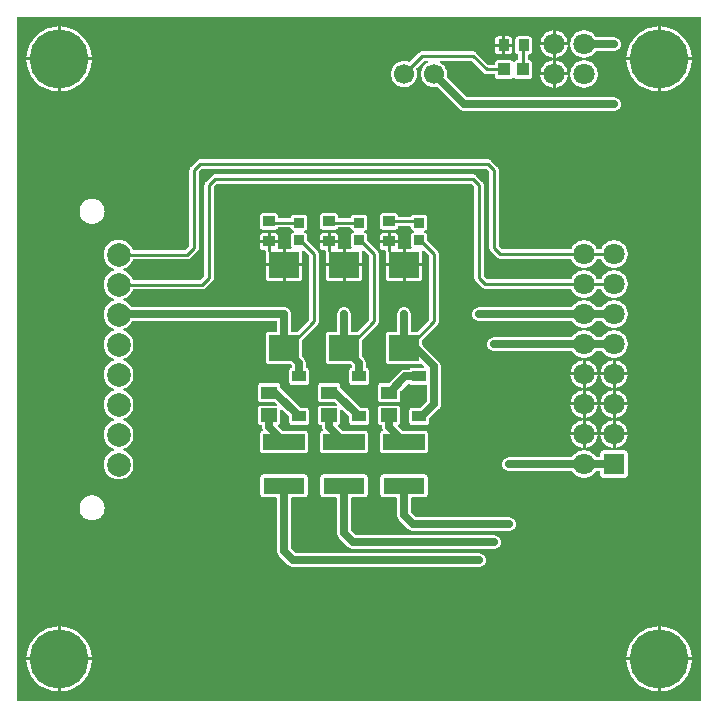
<source format=gtl>
G04 Layer: TopLayer*
G04 EasyEDA v6.5.32, 2023-07-25 14:04:49*
G04 e29bc2ffff424919aeca0c2d5bcb6023,5a6b42c53f6a479593ecc07194224c93,10*
G04 Gerber Generator version 0.2*
G04 Scale: 100 percent, Rotated: No, Reflected: No *
G04 Dimensions in millimeters *
G04 leading zeros omitted , absolute positions ,4 integer and 5 decimal *
%FSLAX45Y45*%
%MOMM*%

%AMMACRO1*21,1,$1,$2,0,0,$3*%
%ADD10C,0.2540*%
%ADD11C,0.6350*%
%ADD12R,1.0000X1.1000*%
%ADD13R,0.8999X1.0000*%
%ADD14MACRO1,3.4992X1.4067X0.0000*%
%ADD15R,3.4992X1.4067*%
%ADD16MACRO1,2.592X2.2075X0.0000*%
%ADD17R,2.5920X2.2075*%
%ADD18R,1.0000X0.8999*%
%ADD19MACRO1,0.864X0.8065X0.0000*%
%ADD20R,0.8640X0.8065*%
%ADD21R,1.1500X0.9500*%
%ADD22R,1.3770X1.1325*%
%ADD23MACRO1,1.377X1.1325X0.0000*%
%ADD24R,1.8000X1.8000*%
%ADD25C,1.8000*%
%ADD26C,5.0000*%
%ADD27C,2.0000*%
%ADD28C,1.7000*%
%ADD29C,0.6096*%
%ADD30C,0.0151*%

%LPD*%
G36*
X5805932Y25908D02*
G01*
X36068Y26416D01*
X32156Y27178D01*
X28905Y29362D01*
X26670Y32664D01*
X25908Y36576D01*
X25908Y5805932D01*
X26670Y5809843D01*
X28905Y5813094D01*
X32156Y5815330D01*
X36068Y5816092D01*
X5805932Y5816092D01*
X5809843Y5815330D01*
X5813094Y5813094D01*
X5815330Y5809843D01*
X5816092Y5805932D01*
X5816092Y36068D01*
X5815330Y32207D01*
X5813094Y28905D01*
X5809843Y26670D01*
G37*

%LPC*%
G36*
X4456887Y5600700D02*
G01*
X4559300Y5600700D01*
X4559300Y5702960D01*
X4550308Y5701842D01*
X4536186Y5698236D01*
X4522673Y5692851D01*
X4509922Y5685840D01*
X4498136Y5677306D01*
X4487519Y5667349D01*
X4478223Y5656122D01*
X4470450Y5643829D01*
X4464253Y5630672D01*
X4459732Y5616803D01*
X4457039Y5602528D01*
G37*
G36*
X393700Y105562D02*
G01*
X398322Y105664D01*
X421284Y108051D01*
X443992Y112369D01*
X466242Y118618D01*
X487934Y126644D01*
X508812Y136499D01*
X528828Y148031D01*
X547827Y161239D01*
X565607Y175971D01*
X582117Y192125D01*
X597204Y209600D01*
X610819Y228295D01*
X622757Y248107D01*
X633018Y268782D01*
X641553Y290271D01*
X648208Y312369D01*
X653034Y334975D01*
X655929Y357936D01*
X656336Y368300D01*
X393700Y368300D01*
G37*
G36*
X5448300Y105613D02*
G01*
X5448300Y368300D01*
X5185410Y368300D01*
X5187289Y346405D01*
X5191150Y323646D01*
X5196890Y301244D01*
X5204460Y279450D01*
X5213858Y258317D01*
X5224983Y238099D01*
X5237784Y218846D01*
X5252161Y200710D01*
X5267960Y183896D01*
X5285130Y168402D01*
X5303520Y154432D01*
X5323027Y142087D01*
X5343499Y131368D01*
X5364835Y122428D01*
X5386781Y115265D01*
X5409285Y109982D01*
X5432145Y106629D01*
G37*
G36*
X368300Y105613D02*
G01*
X368300Y368300D01*
X105410Y368300D01*
X107289Y346405D01*
X111150Y323646D01*
X116890Y301244D01*
X124460Y279450D01*
X133858Y258317D01*
X144983Y238099D01*
X157784Y218846D01*
X172161Y200710D01*
X187960Y183896D01*
X205130Y168402D01*
X223520Y154432D01*
X243027Y142087D01*
X263499Y131368D01*
X284835Y122428D01*
X306781Y115265D01*
X329285Y109982D01*
X352145Y106629D01*
G37*
G36*
X5473700Y393700D02*
G01*
X5736336Y393700D01*
X5735929Y404063D01*
X5733034Y427024D01*
X5728208Y449630D01*
X5721553Y471728D01*
X5713018Y493217D01*
X5702757Y513892D01*
X5690819Y533704D01*
X5677204Y552348D01*
X5662117Y569874D01*
X5645607Y586028D01*
X5627827Y600760D01*
X5608828Y613968D01*
X5588812Y625500D01*
X5567934Y635355D01*
X5546242Y643382D01*
X5523992Y649630D01*
X5501284Y653948D01*
X5478322Y656336D01*
X5473700Y656437D01*
G37*
G36*
X393700Y393700D02*
G01*
X656336Y393700D01*
X655929Y404063D01*
X653034Y427024D01*
X648208Y449630D01*
X641553Y471728D01*
X633018Y493217D01*
X622757Y513892D01*
X610819Y533704D01*
X597204Y552348D01*
X582117Y569874D01*
X565607Y586028D01*
X547827Y600760D01*
X528828Y613968D01*
X508812Y625500D01*
X487934Y635355D01*
X466242Y643382D01*
X443992Y649630D01*
X421284Y653948D01*
X398322Y656336D01*
X393700Y656437D01*
G37*
G36*
X5185410Y393700D02*
G01*
X5448300Y393700D01*
X5448300Y656386D01*
X5432145Y655370D01*
X5409285Y652018D01*
X5386781Y646734D01*
X5364835Y639572D01*
X5343499Y630631D01*
X5323027Y619912D01*
X5303520Y607568D01*
X5285130Y593598D01*
X5267960Y578104D01*
X5252161Y561289D01*
X5237784Y543153D01*
X5224983Y523900D01*
X5213858Y503682D01*
X5204460Y482549D01*
X5196890Y460756D01*
X5191150Y438353D01*
X5187289Y415594D01*
G37*
G36*
X105410Y393700D02*
G01*
X368300Y393700D01*
X368300Y656386D01*
X352145Y655370D01*
X329285Y652018D01*
X306781Y646734D01*
X284835Y639572D01*
X263499Y630631D01*
X243027Y619912D01*
X223520Y607568D01*
X205130Y593598D01*
X187960Y578104D01*
X172161Y561289D01*
X157784Y543153D01*
X144983Y523900D01*
X133858Y503682D01*
X124460Y482549D01*
X116890Y460756D01*
X111150Y438353D01*
X107289Y415594D01*
G37*
G36*
X2362504Y1161542D02*
G01*
X3936593Y1161542D01*
X3946499Y1162354D01*
X3955694Y1164691D01*
X3964432Y1168501D01*
X3972407Y1173734D01*
X3979418Y1180185D01*
X3985260Y1187704D01*
X3989781Y1196035D01*
X3992879Y1205077D01*
X3994404Y1214424D01*
X3994404Y1223975D01*
X3992879Y1233322D01*
X3989781Y1242364D01*
X3985260Y1250696D01*
X3979418Y1258214D01*
X3972407Y1264666D01*
X3964432Y1269898D01*
X3955694Y1273708D01*
X3946499Y1276045D01*
X3936593Y1276858D01*
X2390292Y1276858D01*
X2386380Y1277620D01*
X2383129Y1279855D01*
X2346655Y1316329D01*
X2344420Y1319580D01*
X2343658Y1323492D01*
X2343658Y1740255D01*
X2344420Y1744167D01*
X2346655Y1747418D01*
X2349906Y1749653D01*
X2353818Y1750415D01*
X2460396Y1750415D01*
X2466695Y1751126D01*
X2472182Y1753057D01*
X2477058Y1756105D01*
X2481173Y1760220D01*
X2484221Y1765096D01*
X2486152Y1770583D01*
X2486863Y1776882D01*
X2486863Y1916430D01*
X2486152Y1922729D01*
X2484221Y1928215D01*
X2481173Y1933092D01*
X2477058Y1937207D01*
X2472182Y1940255D01*
X2466695Y1942185D01*
X2460396Y1942896D01*
X2111603Y1942896D01*
X2105304Y1942185D01*
X2099818Y1940255D01*
X2094941Y1937207D01*
X2090826Y1933092D01*
X2087727Y1928215D01*
X2085848Y1922729D01*
X2085136Y1916430D01*
X2085136Y1776882D01*
X2085848Y1770583D01*
X2087727Y1765096D01*
X2090826Y1760220D01*
X2094941Y1756105D01*
X2099818Y1753057D01*
X2105304Y1751126D01*
X2111603Y1750415D01*
X2218182Y1750415D01*
X2222093Y1749653D01*
X2225344Y1747418D01*
X2227580Y1744167D01*
X2228342Y1740255D01*
X2228342Y1295806D01*
X2229154Y1285900D01*
X2231491Y1276705D01*
X2235301Y1267968D01*
X2240584Y1259941D01*
X2245461Y1254404D01*
X2321153Y1178712D01*
X2328722Y1172311D01*
X2336901Y1167434D01*
X2345740Y1163980D01*
X2355189Y1161999D01*
G37*
G36*
X2870504Y1313942D02*
G01*
X4063593Y1313942D01*
X4073499Y1314754D01*
X4082694Y1317091D01*
X4091432Y1320901D01*
X4099407Y1326134D01*
X4106418Y1332585D01*
X4112260Y1340104D01*
X4116781Y1348435D01*
X4119879Y1357477D01*
X4121404Y1366824D01*
X4121404Y1376375D01*
X4119879Y1385722D01*
X4116781Y1394764D01*
X4112260Y1403096D01*
X4106418Y1410614D01*
X4099407Y1417066D01*
X4091432Y1422298D01*
X4082694Y1426108D01*
X4073499Y1428445D01*
X4063593Y1429258D01*
X2898292Y1429258D01*
X2894380Y1430020D01*
X2891078Y1432255D01*
X2854604Y1468729D01*
X2852420Y1471980D01*
X2851658Y1475892D01*
X2851658Y1740255D01*
X2852420Y1744167D01*
X2854604Y1747418D01*
X2857906Y1749653D01*
X2861818Y1750415D01*
X2968396Y1750415D01*
X2974695Y1751126D01*
X2980182Y1753057D01*
X2985058Y1756105D01*
X2989173Y1760220D01*
X2992221Y1765096D01*
X2994152Y1770583D01*
X2994863Y1776882D01*
X2994863Y1916430D01*
X2994152Y1922729D01*
X2992221Y1928215D01*
X2989173Y1933092D01*
X2985058Y1937207D01*
X2980182Y1940255D01*
X2974695Y1942185D01*
X2968396Y1942896D01*
X2619603Y1942896D01*
X2613304Y1942185D01*
X2607818Y1940255D01*
X2602941Y1937207D01*
X2598826Y1933092D01*
X2595727Y1928215D01*
X2593848Y1922729D01*
X2593136Y1916430D01*
X2593136Y1776882D01*
X2593848Y1770583D01*
X2595727Y1765096D01*
X2598826Y1760220D01*
X2602941Y1756105D01*
X2607818Y1753057D01*
X2613304Y1751126D01*
X2619603Y1750415D01*
X2726182Y1750415D01*
X2730042Y1749653D01*
X2733344Y1747418D01*
X2735580Y1744167D01*
X2736342Y1740255D01*
X2736342Y1448206D01*
X2737154Y1438300D01*
X2739491Y1429105D01*
X2743301Y1420368D01*
X2748584Y1412341D01*
X2753461Y1406804D01*
X2829102Y1331112D01*
X2836722Y1324711D01*
X2844901Y1319834D01*
X2853740Y1316380D01*
X2863138Y1314399D01*
G37*
G36*
X3378504Y1466342D02*
G01*
X4190593Y1466342D01*
X4200499Y1467154D01*
X4209694Y1469491D01*
X4218432Y1473301D01*
X4226407Y1478534D01*
X4233418Y1484985D01*
X4239260Y1492504D01*
X4243781Y1500835D01*
X4246880Y1509877D01*
X4248404Y1519224D01*
X4248404Y1528775D01*
X4246880Y1538122D01*
X4243781Y1547164D01*
X4239260Y1555496D01*
X4233418Y1563014D01*
X4226407Y1569466D01*
X4218432Y1574698D01*
X4209694Y1578508D01*
X4200499Y1580845D01*
X4190593Y1581658D01*
X3406292Y1581658D01*
X3402380Y1582420D01*
X3399129Y1584655D01*
X3362655Y1621129D01*
X3360420Y1624380D01*
X3359658Y1628292D01*
X3359658Y1740255D01*
X3360420Y1744167D01*
X3362655Y1747418D01*
X3365906Y1749653D01*
X3369818Y1750415D01*
X3476396Y1750415D01*
X3482695Y1751126D01*
X3488182Y1753057D01*
X3493058Y1756105D01*
X3497173Y1760220D01*
X3500221Y1765096D01*
X3502151Y1770583D01*
X3502863Y1776882D01*
X3502863Y1916430D01*
X3502151Y1922729D01*
X3500221Y1928215D01*
X3497173Y1933092D01*
X3493058Y1937207D01*
X3488182Y1940255D01*
X3482695Y1942185D01*
X3476396Y1942896D01*
X3127603Y1942896D01*
X3121304Y1942185D01*
X3115818Y1940255D01*
X3110941Y1937207D01*
X3106826Y1933092D01*
X3103727Y1928215D01*
X3101848Y1922729D01*
X3101136Y1916430D01*
X3101136Y1776882D01*
X3101848Y1770583D01*
X3103727Y1765096D01*
X3106826Y1760220D01*
X3110941Y1756105D01*
X3115818Y1753057D01*
X3121304Y1751126D01*
X3127603Y1750415D01*
X3234182Y1750415D01*
X3238093Y1749653D01*
X3241344Y1747418D01*
X3243580Y1744167D01*
X3244342Y1740255D01*
X3244342Y1600606D01*
X3245154Y1590700D01*
X3247491Y1581505D01*
X3251301Y1572768D01*
X3256584Y1564741D01*
X3261461Y1559204D01*
X3337153Y1483512D01*
X3344722Y1477111D01*
X3352901Y1472234D01*
X3361740Y1468780D01*
X3371189Y1466799D01*
G37*
G36*
X660400Y1554835D02*
G01*
X674217Y1555699D01*
X687781Y1558442D01*
X700938Y1562862D01*
X713333Y1569008D01*
X724865Y1576679D01*
X735279Y1585823D01*
X744423Y1596237D01*
X752094Y1607769D01*
X758240Y1620164D01*
X762660Y1633321D01*
X765403Y1646885D01*
X766267Y1660702D01*
X765403Y1674520D01*
X762660Y1688084D01*
X758240Y1701241D01*
X752094Y1713636D01*
X744423Y1725168D01*
X735279Y1735582D01*
X724865Y1744725D01*
X713333Y1752396D01*
X700938Y1758543D01*
X687781Y1762963D01*
X674217Y1765706D01*
X660400Y1766570D01*
X646582Y1765706D01*
X633018Y1762963D01*
X619861Y1758543D01*
X607466Y1752396D01*
X595934Y1744725D01*
X585520Y1735582D01*
X576376Y1725168D01*
X568706Y1713636D01*
X562559Y1701241D01*
X558139Y1688084D01*
X555396Y1674520D01*
X554532Y1660702D01*
X555396Y1646885D01*
X558139Y1633321D01*
X562559Y1620164D01*
X568706Y1607769D01*
X576376Y1596237D01*
X585520Y1585823D01*
X595934Y1576679D01*
X607466Y1569008D01*
X619861Y1562862D01*
X633018Y1558442D01*
X646582Y1555699D01*
G37*
G36*
X885393Y1901240D02*
G01*
X900582Y1902155D01*
X915517Y1904898D01*
X930046Y1909419D01*
X943914Y1915617D01*
X956919Y1923491D01*
X968908Y1932889D01*
X979627Y1943607D01*
X989025Y1955596D01*
X996899Y1968601D01*
X1003096Y1982470D01*
X1007618Y1996998D01*
X1010361Y2011934D01*
X1011275Y2027123D01*
X1010361Y2042261D01*
X1007618Y2057247D01*
X1003096Y2071725D01*
X996899Y2085593D01*
X989025Y2098598D01*
X979627Y2110587D01*
X968908Y2121357D01*
X956919Y2130704D01*
X943914Y2138578D01*
X929995Y2144826D01*
X926846Y2147062D01*
X924712Y2150313D01*
X924001Y2154123D01*
X924712Y2157882D01*
X926846Y2161133D01*
X929995Y2163368D01*
X943914Y2169617D01*
X956919Y2177491D01*
X968908Y2186889D01*
X979627Y2197608D01*
X989025Y2209596D01*
X996899Y2222601D01*
X1003096Y2236470D01*
X1007618Y2250998D01*
X1010361Y2265934D01*
X1011275Y2281123D01*
X1010361Y2296261D01*
X1007618Y2311247D01*
X1003096Y2325725D01*
X996899Y2339594D01*
X989025Y2352598D01*
X979627Y2364587D01*
X968908Y2375357D01*
X956919Y2384704D01*
X943914Y2392578D01*
X929995Y2398826D01*
X926846Y2401062D01*
X924712Y2404313D01*
X924001Y2408123D01*
X924712Y2411882D01*
X926846Y2415133D01*
X929995Y2417368D01*
X943914Y2423617D01*
X956919Y2431491D01*
X968908Y2440889D01*
X979627Y2451608D01*
X989025Y2463596D01*
X996899Y2476601D01*
X1003096Y2490470D01*
X1007618Y2504998D01*
X1010361Y2519934D01*
X1011275Y2535123D01*
X1010361Y2550261D01*
X1007618Y2565247D01*
X1003096Y2579725D01*
X996899Y2593594D01*
X989025Y2606598D01*
X979627Y2618587D01*
X968908Y2629357D01*
X956919Y2638704D01*
X943914Y2646578D01*
X929995Y2652826D01*
X926846Y2655062D01*
X924712Y2658313D01*
X924001Y2662123D01*
X924712Y2665882D01*
X926846Y2669133D01*
X929995Y2671368D01*
X943914Y2677617D01*
X956919Y2685491D01*
X968908Y2694889D01*
X979627Y2705608D01*
X989025Y2717596D01*
X996899Y2730601D01*
X1003096Y2744470D01*
X1007618Y2758998D01*
X1010361Y2773934D01*
X1011275Y2789123D01*
X1010361Y2804261D01*
X1007618Y2819247D01*
X1003096Y2833725D01*
X996899Y2847594D01*
X989025Y2860598D01*
X979627Y2872587D01*
X968908Y2883357D01*
X956919Y2892704D01*
X943914Y2900578D01*
X929995Y2906826D01*
X926846Y2909062D01*
X924712Y2912313D01*
X924001Y2916123D01*
X924712Y2919882D01*
X926846Y2923133D01*
X929995Y2925368D01*
X943914Y2931617D01*
X956919Y2939491D01*
X968908Y2948889D01*
X979627Y2959608D01*
X989025Y2971596D01*
X996899Y2984601D01*
X1003096Y2998470D01*
X1007618Y3012998D01*
X1010361Y3027934D01*
X1011275Y3043123D01*
X1010361Y3058261D01*
X1007618Y3073247D01*
X1003096Y3087725D01*
X996899Y3101594D01*
X989025Y3114598D01*
X979627Y3126587D01*
X968908Y3137357D01*
X956919Y3146704D01*
X943914Y3154578D01*
X929995Y3160826D01*
X926846Y3163062D01*
X924712Y3166313D01*
X924001Y3170123D01*
X924712Y3173882D01*
X926846Y3177133D01*
X929995Y3179368D01*
X943914Y3185617D01*
X956919Y3193491D01*
X968908Y3202889D01*
X979627Y3213608D01*
X989025Y3225596D01*
X997305Y3239414D01*
X999591Y3242056D01*
X1002588Y3243732D01*
X1006043Y3244342D01*
X2218182Y3244342D01*
X2222042Y3243580D01*
X2225344Y3241344D01*
X2227580Y3238042D01*
X2228342Y3234182D01*
X2228342Y3160826D01*
X2227580Y3156915D01*
X2225344Y3153613D01*
X2222042Y3151428D01*
X2218182Y3150666D01*
X2156968Y3150666D01*
X2150618Y3149955D01*
X2145182Y3148025D01*
X2140254Y3144926D01*
X2136190Y3140862D01*
X2133092Y3135934D01*
X2131212Y3130499D01*
X2130501Y3124149D01*
X2130501Y2904540D01*
X2131212Y2898241D01*
X2133092Y2892755D01*
X2136190Y2887878D01*
X2140254Y2883763D01*
X2145182Y2880715D01*
X2150618Y2878785D01*
X2156968Y2878074D01*
X2336495Y2878074D01*
X2340406Y2877312D01*
X2343708Y2875127D01*
X2352344Y2866440D01*
X2354580Y2863138D01*
X2355342Y2859278D01*
X2355342Y2854604D01*
X2354478Y2850540D01*
X2352090Y2847136D01*
X2348534Y2845003D01*
X2344267Y2843530D01*
X2339390Y2840431D01*
X2335276Y2836367D01*
X2332228Y2831439D01*
X2330297Y2826004D01*
X2329586Y2819654D01*
X2329586Y2725826D01*
X2330297Y2719476D01*
X2332228Y2714040D01*
X2335276Y2709113D01*
X2339390Y2705049D01*
X2344267Y2701950D01*
X2349754Y2700070D01*
X2356053Y2699308D01*
X2469946Y2699308D01*
X2476246Y2700070D01*
X2481681Y2701950D01*
X2486609Y2705049D01*
X2490673Y2709113D01*
X2493772Y2714040D01*
X2495702Y2719476D01*
X2496413Y2725826D01*
X2496413Y2819654D01*
X2495702Y2826004D01*
X2493772Y2831439D01*
X2490673Y2836367D01*
X2486609Y2840431D01*
X2481681Y2843530D01*
X2477465Y2845003D01*
X2473909Y2847136D01*
X2471521Y2850540D01*
X2470658Y2854604D01*
X2470658Y2886913D01*
X2469845Y2896819D01*
X2467508Y2906064D01*
X2463698Y2914802D01*
X2458415Y2922828D01*
X2453538Y2928366D01*
X2444496Y2937408D01*
X2442260Y2940710D01*
X2441498Y2944622D01*
X2441498Y3081274D01*
X2442260Y3085185D01*
X2444496Y3088487D01*
X2566924Y3210966D01*
X2572054Y3217164D01*
X2575610Y3223818D01*
X2577795Y3231083D01*
X2578608Y3239109D01*
X2578608Y3809593D01*
X2577795Y3817620D01*
X2575610Y3824833D01*
X2572054Y3831539D01*
X2566924Y3837736D01*
X2485085Y3919626D01*
X2482850Y3922877D01*
X2482088Y3926789D01*
X2482088Y3964940D01*
X2481376Y3971239D01*
X2479497Y3976725D01*
X2476398Y3981602D01*
X2472283Y3985717D01*
X2467406Y3988765D01*
X2461310Y3990898D01*
X2457754Y3993032D01*
X2455367Y3996436D01*
X2454503Y4000500D01*
X2455367Y4004564D01*
X2457754Y4007916D01*
X2461310Y4010101D01*
X2467406Y4012184D01*
X2472283Y4015282D01*
X2476398Y4019397D01*
X2479497Y4024274D01*
X2481376Y4029760D01*
X2482088Y4036060D01*
X2482088Y4115562D01*
X2481376Y4121912D01*
X2479497Y4127347D01*
X2476398Y4132275D01*
X2472283Y4136339D01*
X2467406Y4139437D01*
X2461920Y4141317D01*
X2455621Y4142028D01*
X2370378Y4142028D01*
X2364028Y4141317D01*
X2358593Y4139437D01*
X2353665Y4136339D01*
X2349601Y4132275D01*
X2346502Y4127347D01*
X2344369Y4121251D01*
X2342235Y4117695D01*
X2338832Y4115308D01*
X2334768Y4114444D01*
X2245055Y4114444D01*
X2241194Y4115206D01*
X2237892Y4117390D01*
X2235657Y4120692D01*
X2234895Y4124604D01*
X2234895Y4129887D01*
X2234184Y4136237D01*
X2232304Y4141673D01*
X2229205Y4146600D01*
X2225090Y4150664D01*
X2220214Y4153763D01*
X2214727Y4155694D01*
X2208428Y4156405D01*
X2109571Y4156405D01*
X2103221Y4155694D01*
X2097786Y4153763D01*
X2092909Y4150664D01*
X2088794Y4146600D01*
X2085695Y4141673D01*
X2083816Y4136237D01*
X2083104Y4129887D01*
X2083104Y4041038D01*
X2083816Y4034739D01*
X2085695Y4029252D01*
X2088794Y4024376D01*
X2092909Y4020261D01*
X2097786Y4017213D01*
X2103221Y4015282D01*
X2109571Y4014571D01*
X2208428Y4014571D01*
X2214727Y4015282D01*
X2220214Y4017213D01*
X2225090Y4020261D01*
X2229205Y4024376D01*
X2232304Y4029252D01*
X2234844Y4033977D01*
X2238197Y4036364D01*
X2242261Y4037228D01*
X2334768Y4037228D01*
X2338832Y4036364D01*
X2342235Y4033977D01*
X2344369Y4030421D01*
X2346502Y4024274D01*
X2349601Y4019397D01*
X2353665Y4015282D01*
X2358593Y4012184D01*
X2364638Y4010101D01*
X2368194Y4007916D01*
X2370632Y4004564D01*
X2371445Y4000500D01*
X2370632Y3996436D01*
X2368194Y3993032D01*
X2364638Y3990898D01*
X2358593Y3988765D01*
X2353665Y3985717D01*
X2349601Y3981602D01*
X2346502Y3976725D01*
X2344572Y3971239D01*
X2343861Y3964940D01*
X2343861Y3885437D01*
X2344572Y3879087D01*
X2346502Y3873652D01*
X2349754Y3868470D01*
X2351227Y3864406D01*
X2350871Y3860139D01*
X2348788Y3856380D01*
X2345334Y3853789D01*
X2341168Y3852875D01*
X2298700Y3852875D01*
X2298700Y3729329D01*
X2441498Y3729329D01*
X2441498Y3826408D01*
X2441244Y3828643D01*
X2441651Y3832758D01*
X2443632Y3836415D01*
X2446934Y3838905D01*
X2450947Y3839921D01*
X2455062Y3839210D01*
X2458516Y3836924D01*
X2498394Y3797096D01*
X2500630Y3793794D01*
X2501392Y3789883D01*
X2501392Y3258769D01*
X2500630Y3254908D01*
X2498394Y3251606D01*
X2400401Y3153613D01*
X2397099Y3151428D01*
X2393238Y3150666D01*
X2353818Y3150666D01*
X2349906Y3151428D01*
X2346604Y3153613D01*
X2344420Y3156915D01*
X2343658Y3160826D01*
X2343658Y3301796D01*
X2343454Y3306775D01*
X2342845Y3311499D01*
X2341880Y3316122D01*
X2340508Y3320694D01*
X2338781Y3325164D01*
X2336698Y3329432D01*
X2334260Y3333546D01*
X2331466Y3337407D01*
X2328418Y3341014D01*
X2325014Y3344418D01*
X2321407Y3347465D01*
X2317546Y3350260D01*
X2313432Y3352698D01*
X2309164Y3354781D01*
X2304694Y3356508D01*
X2300122Y3357879D01*
X2295499Y3358845D01*
X2290775Y3359454D01*
X2285796Y3359658D01*
X1000150Y3359658D01*
X996746Y3360216D01*
X993749Y3361944D01*
X991463Y3364534D01*
X989025Y3368598D01*
X979627Y3380587D01*
X968908Y3391357D01*
X956919Y3400704D01*
X943914Y3408578D01*
X929995Y3414826D01*
X926846Y3417062D01*
X924712Y3420313D01*
X924001Y3424123D01*
X924712Y3427882D01*
X926846Y3431133D01*
X929995Y3433368D01*
X943914Y3439617D01*
X956919Y3447491D01*
X968908Y3456889D01*
X979627Y3467608D01*
X989025Y3479596D01*
X996899Y3492601D01*
X1003147Y3506520D01*
X1005382Y3509670D01*
X1008583Y3511753D01*
X1012393Y3512464D01*
X1594815Y3512464D01*
X1602841Y3513277D01*
X1610055Y3515461D01*
X1616710Y3519017D01*
X1622958Y3524148D01*
X1677924Y3579114D01*
X1683054Y3585362D01*
X1686610Y3592017D01*
X1688795Y3599281D01*
X1689607Y3607308D01*
X1689607Y4373981D01*
X1690370Y4377893D01*
X1692605Y4381195D01*
X1714804Y4403394D01*
X1718106Y4405630D01*
X1722018Y4406392D01*
X3865981Y4406392D01*
X3869893Y4405630D01*
X3873195Y4403394D01*
X3895394Y4381195D01*
X3897629Y4377893D01*
X3898392Y4373981D01*
X3898392Y3607308D01*
X3899154Y3599281D01*
X3901389Y3592017D01*
X3904945Y3585362D01*
X3910025Y3579114D01*
X3960164Y3529025D01*
X3966362Y3523945D01*
X3973017Y3520389D01*
X3980281Y3518154D01*
X3988308Y3517392D01*
X4709972Y3517392D01*
X4713935Y3516579D01*
X4717237Y3514344D01*
X4719421Y3510940D01*
X4721148Y3506673D01*
X4728159Y3493922D01*
X4736693Y3482136D01*
X4746650Y3471519D01*
X4757877Y3462223D01*
X4770170Y3454450D01*
X4783328Y3448253D01*
X4797145Y3443732D01*
X4811471Y3441039D01*
X4826000Y3440125D01*
X4840528Y3441039D01*
X4854803Y3443732D01*
X4868672Y3448253D01*
X4881829Y3454450D01*
X4894122Y3462223D01*
X4905298Y3471519D01*
X4915306Y3482136D01*
X4923840Y3493922D01*
X4930851Y3506673D01*
X4932578Y3510991D01*
X4934762Y3514344D01*
X4938064Y3516579D01*
X4942027Y3517392D01*
X4963972Y3517392D01*
X4967935Y3516579D01*
X4971237Y3514344D01*
X4973421Y3510991D01*
X4975148Y3506673D01*
X4982159Y3493922D01*
X4990693Y3482136D01*
X5000650Y3471519D01*
X5011877Y3462223D01*
X5024170Y3454450D01*
X5037328Y3448253D01*
X5051145Y3443732D01*
X5065471Y3441039D01*
X5080000Y3440125D01*
X5094528Y3441039D01*
X5108803Y3443732D01*
X5122672Y3448253D01*
X5135829Y3454450D01*
X5148122Y3462223D01*
X5159298Y3471519D01*
X5169306Y3482136D01*
X5177840Y3493922D01*
X5184851Y3506673D01*
X5190185Y3520186D01*
X5193842Y3534257D01*
X5195671Y3548735D01*
X5195671Y3563264D01*
X5193842Y3577691D01*
X5190185Y3591814D01*
X5184851Y3605326D01*
X5177840Y3618077D01*
X5169306Y3629863D01*
X5159298Y3640480D01*
X5148122Y3649726D01*
X5135829Y3657549D01*
X5122672Y3663746D01*
X5108803Y3668217D01*
X5094528Y3670960D01*
X5080000Y3671874D01*
X5065471Y3670960D01*
X5051145Y3668217D01*
X5037328Y3663746D01*
X5024170Y3657549D01*
X5011877Y3649726D01*
X5000650Y3640480D01*
X4990693Y3629863D01*
X4982159Y3618077D01*
X4975148Y3605326D01*
X4973421Y3601008D01*
X4971237Y3597656D01*
X4967935Y3595420D01*
X4963972Y3594608D01*
X4942027Y3594608D01*
X4938064Y3595420D01*
X4934762Y3597656D01*
X4932578Y3601008D01*
X4930851Y3605326D01*
X4923840Y3618077D01*
X4915306Y3629863D01*
X4905298Y3640480D01*
X4894122Y3649726D01*
X4881829Y3657549D01*
X4868672Y3663746D01*
X4854803Y3668217D01*
X4840528Y3670960D01*
X4826000Y3671874D01*
X4811471Y3670960D01*
X4797145Y3668217D01*
X4783328Y3663746D01*
X4770170Y3657549D01*
X4757877Y3649726D01*
X4746650Y3640480D01*
X4736693Y3629863D01*
X4728159Y3618077D01*
X4721148Y3605326D01*
X4719421Y3601008D01*
X4717237Y3597656D01*
X4713935Y3595370D01*
X4709972Y3594608D01*
X4007967Y3594608D01*
X4004106Y3595370D01*
X4000804Y3597554D01*
X3978554Y3619804D01*
X3976370Y3623106D01*
X3975608Y3626967D01*
X3975608Y4393692D01*
X3974795Y4401718D01*
X3972610Y4408932D01*
X3969054Y4415637D01*
X3963924Y4421835D01*
X3913835Y4471924D01*
X3907637Y4477054D01*
X3900932Y4480610D01*
X3893718Y4482795D01*
X3885692Y4483608D01*
X1702307Y4483608D01*
X1694281Y4482795D01*
X1687017Y4480610D01*
X1680362Y4477054D01*
X1674164Y4471924D01*
X1624025Y4421835D01*
X1618945Y4415586D01*
X1615389Y4408932D01*
X1613204Y4401718D01*
X1612392Y4393692D01*
X1612392Y3626967D01*
X1611630Y3623106D01*
X1609394Y3619804D01*
X1582267Y3592677D01*
X1578965Y3590493D01*
X1575104Y3589680D01*
X1012393Y3589680D01*
X1008634Y3590442D01*
X1005382Y3592525D01*
X1003147Y3595674D01*
X996899Y3609594D01*
X989025Y3622598D01*
X979627Y3634587D01*
X968908Y3645357D01*
X956919Y3654704D01*
X943914Y3662578D01*
X929995Y3668826D01*
X926846Y3671062D01*
X924712Y3674313D01*
X924001Y3678123D01*
X924712Y3681882D01*
X926846Y3685133D01*
X929995Y3687368D01*
X943914Y3693617D01*
X956919Y3701491D01*
X968908Y3710889D01*
X979627Y3721608D01*
X989025Y3733596D01*
X996899Y3746601D01*
X1003147Y3760520D01*
X1005382Y3763670D01*
X1008583Y3765753D01*
X1012393Y3766464D01*
X1467815Y3766464D01*
X1475841Y3767277D01*
X1483055Y3769461D01*
X1489710Y3773017D01*
X1495958Y3778148D01*
X1550924Y3833114D01*
X1556054Y3839362D01*
X1559610Y3846017D01*
X1561795Y3853281D01*
X1562608Y3861308D01*
X1562608Y4500981D01*
X1563370Y4504893D01*
X1565605Y4508195D01*
X1587804Y4530394D01*
X1591106Y4532630D01*
X1595018Y4533392D01*
X3992981Y4533392D01*
X3996893Y4532630D01*
X4000195Y4530394D01*
X4022394Y4508195D01*
X4024629Y4504893D01*
X4025392Y4500981D01*
X4025392Y3861308D01*
X4026154Y3853281D01*
X4028389Y3846017D01*
X4031945Y3839362D01*
X4037025Y3833114D01*
X4087164Y3783025D01*
X4093362Y3777945D01*
X4100017Y3774389D01*
X4107281Y3772154D01*
X4115308Y3771392D01*
X4709972Y3771392D01*
X4713935Y3770579D01*
X4717237Y3768344D01*
X4719421Y3764940D01*
X4721148Y3760673D01*
X4728159Y3747922D01*
X4736693Y3736136D01*
X4746650Y3725519D01*
X4757877Y3716223D01*
X4770170Y3708450D01*
X4783328Y3702253D01*
X4797145Y3697732D01*
X4811471Y3695039D01*
X4826000Y3694125D01*
X4840528Y3695039D01*
X4854803Y3697732D01*
X4868672Y3702253D01*
X4881829Y3708450D01*
X4894122Y3716223D01*
X4905298Y3725519D01*
X4915306Y3736136D01*
X4923840Y3747922D01*
X4930851Y3760673D01*
X4932578Y3764991D01*
X4934762Y3768344D01*
X4938064Y3770579D01*
X4942027Y3771392D01*
X4963972Y3771392D01*
X4967935Y3770579D01*
X4971237Y3768344D01*
X4973421Y3764991D01*
X4975148Y3760673D01*
X4982159Y3747922D01*
X4990693Y3736136D01*
X5000650Y3725519D01*
X5011877Y3716223D01*
X5024170Y3708450D01*
X5037328Y3702253D01*
X5051145Y3697732D01*
X5065471Y3695039D01*
X5080000Y3694125D01*
X5094528Y3695039D01*
X5108803Y3697732D01*
X5122672Y3702253D01*
X5135829Y3708450D01*
X5148122Y3716223D01*
X5159298Y3725519D01*
X5169306Y3736136D01*
X5177840Y3747922D01*
X5184851Y3760673D01*
X5190185Y3774186D01*
X5193842Y3788257D01*
X5195671Y3802735D01*
X5195671Y3817264D01*
X5193842Y3831691D01*
X5190185Y3845814D01*
X5184851Y3859326D01*
X5177840Y3872077D01*
X5169306Y3883863D01*
X5159298Y3894480D01*
X5148122Y3903726D01*
X5135829Y3911549D01*
X5122672Y3917746D01*
X5108803Y3922217D01*
X5094528Y3924960D01*
X5080000Y3925874D01*
X5065471Y3924960D01*
X5051145Y3922217D01*
X5037328Y3917746D01*
X5024170Y3911549D01*
X5011877Y3903726D01*
X5000650Y3894480D01*
X4990693Y3883863D01*
X4982159Y3872077D01*
X4975148Y3859326D01*
X4973421Y3855008D01*
X4971237Y3851656D01*
X4967935Y3849420D01*
X4963972Y3848608D01*
X4942027Y3848608D01*
X4938064Y3849420D01*
X4934762Y3851656D01*
X4932578Y3855008D01*
X4930851Y3859326D01*
X4923840Y3872077D01*
X4915306Y3883863D01*
X4905298Y3894480D01*
X4894122Y3903726D01*
X4881829Y3911549D01*
X4868672Y3917746D01*
X4854803Y3922217D01*
X4840528Y3924960D01*
X4826000Y3925874D01*
X4811471Y3924960D01*
X4797145Y3922217D01*
X4783328Y3917746D01*
X4770170Y3911549D01*
X4757877Y3903726D01*
X4746650Y3894480D01*
X4736693Y3883863D01*
X4728159Y3872077D01*
X4721148Y3859326D01*
X4719421Y3855008D01*
X4717237Y3851656D01*
X4713935Y3849370D01*
X4709972Y3848608D01*
X4134967Y3848608D01*
X4131106Y3849370D01*
X4127804Y3851554D01*
X4105554Y3873804D01*
X4103370Y3877106D01*
X4102608Y3880967D01*
X4102608Y4520692D01*
X4101795Y4528718D01*
X4099610Y4535932D01*
X4096054Y4542586D01*
X4090924Y4548835D01*
X4040835Y4598924D01*
X4034637Y4604054D01*
X4027932Y4607610D01*
X4020718Y4609795D01*
X4012692Y4610608D01*
X1575308Y4610608D01*
X1567281Y4609795D01*
X1560017Y4607610D01*
X1553362Y4604054D01*
X1547164Y4598924D01*
X1497025Y4548835D01*
X1491945Y4542586D01*
X1488389Y4535932D01*
X1486204Y4528718D01*
X1485392Y4520692D01*
X1485392Y3880967D01*
X1484630Y3877106D01*
X1482394Y3873804D01*
X1455267Y3846677D01*
X1451965Y3844493D01*
X1448104Y3843680D01*
X1012393Y3843680D01*
X1008634Y3844442D01*
X1005382Y3846525D01*
X1003147Y3849674D01*
X996899Y3863594D01*
X989025Y3876598D01*
X979627Y3888587D01*
X968908Y3899357D01*
X956919Y3908704D01*
X943914Y3916578D01*
X930046Y3922826D01*
X915517Y3927348D01*
X900582Y3930091D01*
X885393Y3931005D01*
X870254Y3930091D01*
X855268Y3927348D01*
X840790Y3922826D01*
X826922Y3916578D01*
X813917Y3908704D01*
X801928Y3899357D01*
X791159Y3888587D01*
X781812Y3876598D01*
X773938Y3863594D01*
X767689Y3849725D01*
X763168Y3835247D01*
X760425Y3820261D01*
X759510Y3805123D01*
X760425Y3789934D01*
X763168Y3774998D01*
X767689Y3760470D01*
X773938Y3746601D01*
X781812Y3733596D01*
X791159Y3721608D01*
X801928Y3710889D01*
X813917Y3701491D01*
X826922Y3693617D01*
X840841Y3687368D01*
X843991Y3685133D01*
X846074Y3681882D01*
X846836Y3678123D01*
X846074Y3674313D01*
X843991Y3671062D01*
X840841Y3668826D01*
X826922Y3662578D01*
X813917Y3654704D01*
X801928Y3645357D01*
X791159Y3634587D01*
X781812Y3622598D01*
X773938Y3609594D01*
X767689Y3595725D01*
X763168Y3581247D01*
X760425Y3566261D01*
X759510Y3551123D01*
X760425Y3535934D01*
X763168Y3520998D01*
X767689Y3506470D01*
X773938Y3492601D01*
X781812Y3479596D01*
X791159Y3467608D01*
X801928Y3456889D01*
X813917Y3447491D01*
X826922Y3439617D01*
X840841Y3433368D01*
X843991Y3431133D01*
X846074Y3427882D01*
X846836Y3424123D01*
X846074Y3420313D01*
X843991Y3417062D01*
X840841Y3414826D01*
X826922Y3408578D01*
X813917Y3400704D01*
X801928Y3391357D01*
X791159Y3380587D01*
X781812Y3368598D01*
X773938Y3355594D01*
X767689Y3341725D01*
X763168Y3327247D01*
X760425Y3312261D01*
X759510Y3297123D01*
X760425Y3281934D01*
X763168Y3266998D01*
X767689Y3252470D01*
X773938Y3238601D01*
X781812Y3225596D01*
X791159Y3213608D01*
X801928Y3202889D01*
X813917Y3193491D01*
X826922Y3185617D01*
X840841Y3179368D01*
X843991Y3177133D01*
X846074Y3173882D01*
X846836Y3170123D01*
X846074Y3166313D01*
X843991Y3163062D01*
X840841Y3160826D01*
X826922Y3154578D01*
X813917Y3146704D01*
X801928Y3137357D01*
X791159Y3126587D01*
X781812Y3114598D01*
X773938Y3101594D01*
X767689Y3087725D01*
X763168Y3073247D01*
X760425Y3058261D01*
X759510Y3043123D01*
X760425Y3027934D01*
X763168Y3012998D01*
X767689Y2998470D01*
X773938Y2984601D01*
X781812Y2971596D01*
X791159Y2959608D01*
X801928Y2948889D01*
X813917Y2939491D01*
X826922Y2931617D01*
X840841Y2925368D01*
X843991Y2923133D01*
X846074Y2919882D01*
X846836Y2916123D01*
X846074Y2912313D01*
X843991Y2909062D01*
X840841Y2906826D01*
X826922Y2900578D01*
X813917Y2892704D01*
X801928Y2883357D01*
X791159Y2872587D01*
X781812Y2860598D01*
X773938Y2847594D01*
X767689Y2833725D01*
X763168Y2819247D01*
X760425Y2804261D01*
X759510Y2789123D01*
X760425Y2773934D01*
X763168Y2758998D01*
X767689Y2744470D01*
X773938Y2730601D01*
X781812Y2717596D01*
X791159Y2705608D01*
X801928Y2694889D01*
X813917Y2685491D01*
X826922Y2677617D01*
X840841Y2671368D01*
X843991Y2669133D01*
X846074Y2665882D01*
X846836Y2662123D01*
X846074Y2658313D01*
X843991Y2655062D01*
X840841Y2652826D01*
X826922Y2646578D01*
X813917Y2638704D01*
X801928Y2629357D01*
X791159Y2618587D01*
X781812Y2606598D01*
X773938Y2593594D01*
X767689Y2579725D01*
X763168Y2565247D01*
X760425Y2550261D01*
X759510Y2535123D01*
X760425Y2519934D01*
X763168Y2504998D01*
X767689Y2490470D01*
X773938Y2476601D01*
X781812Y2463596D01*
X791159Y2451608D01*
X801928Y2440889D01*
X813917Y2431491D01*
X826922Y2423617D01*
X840841Y2417368D01*
X843991Y2415133D01*
X846074Y2411882D01*
X846836Y2408123D01*
X846074Y2404313D01*
X843991Y2401062D01*
X840841Y2398826D01*
X826922Y2392578D01*
X813917Y2384704D01*
X801928Y2375357D01*
X791159Y2364587D01*
X781812Y2352598D01*
X773938Y2339594D01*
X767689Y2325725D01*
X763168Y2311247D01*
X760425Y2296261D01*
X759510Y2281123D01*
X760425Y2265934D01*
X763168Y2250998D01*
X767689Y2236470D01*
X773938Y2222601D01*
X781812Y2209596D01*
X791159Y2197608D01*
X801928Y2186889D01*
X813917Y2177491D01*
X826922Y2169617D01*
X840841Y2163368D01*
X843991Y2161133D01*
X846074Y2157882D01*
X846836Y2154123D01*
X846074Y2150313D01*
X843991Y2147062D01*
X840841Y2144826D01*
X826922Y2138578D01*
X813917Y2130704D01*
X801928Y2121357D01*
X791159Y2110587D01*
X781812Y2098598D01*
X773938Y2085593D01*
X767689Y2071725D01*
X763168Y2057247D01*
X760425Y2042261D01*
X759510Y2027123D01*
X760425Y2011934D01*
X763168Y1996998D01*
X767689Y1982470D01*
X773938Y1968601D01*
X781812Y1955596D01*
X791159Y1943607D01*
X801928Y1932889D01*
X813917Y1923491D01*
X826922Y1915617D01*
X840790Y1909419D01*
X855268Y1904898D01*
X870254Y1902155D01*
G37*
G36*
X4990541Y1916074D02*
G01*
X5169408Y1916074D01*
X5175758Y1916785D01*
X5181193Y1918716D01*
X5186121Y1921814D01*
X5190185Y1925878D01*
X5193284Y1930806D01*
X5195163Y1936242D01*
X5195874Y1942541D01*
X5195874Y2121408D01*
X5195163Y2127758D01*
X5193284Y2133193D01*
X5190185Y2138121D01*
X5186121Y2142185D01*
X5181193Y2145284D01*
X5175758Y2147214D01*
X5169408Y2147925D01*
X4990541Y2147925D01*
X4984242Y2147214D01*
X4978755Y2145284D01*
X4973878Y2142185D01*
X4969764Y2138121D01*
X4966716Y2133193D01*
X4964785Y2127758D01*
X4964074Y2121408D01*
X4964074Y2099818D01*
X4963312Y2095906D01*
X4961128Y2092604D01*
X4957826Y2090420D01*
X4953914Y2089657D01*
X4932222Y2089657D01*
X4929073Y2090166D01*
X4926279Y2091588D01*
X4923993Y2093823D01*
X4915306Y2105863D01*
X4905298Y2116480D01*
X4894122Y2125726D01*
X4881829Y2133549D01*
X4868672Y2139746D01*
X4854803Y2144217D01*
X4840528Y2146960D01*
X4826000Y2147874D01*
X4811471Y2146960D01*
X4797145Y2144217D01*
X4783328Y2139746D01*
X4770170Y2133549D01*
X4757877Y2125726D01*
X4746650Y2116480D01*
X4736693Y2105863D01*
X4727956Y2093823D01*
X4725720Y2091588D01*
X4722876Y2090166D01*
X4719726Y2089657D01*
X4191406Y2089657D01*
X4181500Y2088845D01*
X4172305Y2086508D01*
X4163568Y2082698D01*
X4155592Y2077466D01*
X4148582Y2071014D01*
X4142740Y2063496D01*
X4138218Y2055164D01*
X4135120Y2046122D01*
X4133596Y2036775D01*
X4133596Y2027224D01*
X4135120Y2017877D01*
X4138218Y2008835D01*
X4142740Y2000504D01*
X4148582Y1992985D01*
X4155592Y1986534D01*
X4163568Y1981301D01*
X4172305Y1977491D01*
X4181500Y1975154D01*
X4191406Y1974342D01*
X4719726Y1974342D01*
X4722876Y1973834D01*
X4725720Y1972411D01*
X4727956Y1970176D01*
X4736693Y1958136D01*
X4746650Y1947519D01*
X4757877Y1938223D01*
X4770170Y1930450D01*
X4783328Y1924253D01*
X4797145Y1919732D01*
X4811471Y1917039D01*
X4826000Y1916125D01*
X4840528Y1917039D01*
X4854803Y1919732D01*
X4868672Y1924253D01*
X4881829Y1930450D01*
X4894122Y1938223D01*
X4905298Y1947519D01*
X4915306Y1958136D01*
X4923993Y1970125D01*
X4926279Y1972411D01*
X4929073Y1973834D01*
X4932222Y1974342D01*
X4953914Y1974342D01*
X4957826Y1973580D01*
X4961128Y1971344D01*
X4963312Y1968042D01*
X4964074Y1964182D01*
X4964074Y1942541D01*
X4964785Y1936242D01*
X4966716Y1930806D01*
X4969764Y1925878D01*
X4973878Y1921814D01*
X4978755Y1918716D01*
X4984242Y1916785D01*
G37*
G36*
X4584700Y5600700D02*
G01*
X4687112Y5600700D01*
X4686960Y5602528D01*
X4684268Y5616803D01*
X4679746Y5630672D01*
X4673549Y5643829D01*
X4665776Y5656122D01*
X4656480Y5667349D01*
X4645863Y5677306D01*
X4634077Y5685840D01*
X4621326Y5692851D01*
X4607814Y5698236D01*
X4593691Y5701842D01*
X4584700Y5702960D01*
G37*
G36*
X4156811Y5588000D02*
G01*
X4214977Y5588000D01*
X4214977Y5624728D01*
X4214266Y5631027D01*
X4212386Y5636514D01*
X4209288Y5641390D01*
X4205224Y5645505D01*
X4200296Y5648604D01*
X4194860Y5650484D01*
X4188510Y5651195D01*
X4156811Y5651195D01*
G37*
G36*
X3127603Y2121103D02*
G01*
X3476396Y2121103D01*
X3482695Y2121814D01*
X3488182Y2123694D01*
X3493058Y2126792D01*
X3497173Y2130856D01*
X3500221Y2135784D01*
X3502151Y2141220D01*
X3502863Y2147570D01*
X3502863Y2287066D01*
X3502151Y2293416D01*
X3500221Y2298852D01*
X3497173Y2303780D01*
X3493058Y2307844D01*
X3488182Y2310942D01*
X3482695Y2312873D01*
X3476396Y2313584D01*
X3291484Y2313584D01*
X3287623Y2314346D01*
X3284321Y2316530D01*
X3253232Y2347620D01*
X3251149Y2350617D01*
X3250285Y2354122D01*
X3250692Y2357729D01*
X3252317Y2360980D01*
X3255010Y2363419D01*
X3259937Y2366518D01*
X3264052Y2370632D01*
X3267151Y2375509D01*
X3269030Y2380996D01*
X3269742Y2387295D01*
X3269742Y2499410D01*
X3269030Y2505760D01*
X3267151Y2511196D01*
X3264052Y2516124D01*
X3259937Y2520188D01*
X3255060Y2523286D01*
X3249574Y2525217D01*
X3243275Y2525928D01*
X3106724Y2525928D01*
X3100374Y2525217D01*
X3094939Y2523286D01*
X3090011Y2520188D01*
X3085947Y2516124D01*
X3082848Y2511196D01*
X3080969Y2505760D01*
X3080258Y2499410D01*
X3080258Y2387295D01*
X3080969Y2380996D01*
X3082848Y2375509D01*
X3085947Y2370632D01*
X3090011Y2366518D01*
X3094939Y2363470D01*
X3100324Y2361590D01*
X3108198Y2360777D01*
X3111754Y2359761D01*
X3114700Y2357475D01*
X3116681Y2354326D01*
X3117342Y2350668D01*
X3117342Y2344724D01*
X3118154Y2334717D01*
X3119729Y2327910D01*
X3121253Y2323795D01*
X3121914Y2320391D01*
X3121355Y2316988D01*
X3119678Y2313940D01*
X3117037Y2311603D01*
X3110890Y2307844D01*
X3106826Y2303780D01*
X3103727Y2298852D01*
X3101848Y2293416D01*
X3101136Y2287066D01*
X3101136Y2147570D01*
X3101848Y2141220D01*
X3103727Y2135784D01*
X3106826Y2130856D01*
X3110941Y2126792D01*
X3115818Y2123694D01*
X3121304Y2121814D01*
G37*
G36*
X2619603Y2121103D02*
G01*
X2968396Y2121103D01*
X2974695Y2121814D01*
X2980182Y2123694D01*
X2985058Y2126792D01*
X2989173Y2130856D01*
X2992221Y2135784D01*
X2994152Y2141220D01*
X2994863Y2147570D01*
X2994863Y2287066D01*
X2994152Y2293416D01*
X2992221Y2298852D01*
X2989173Y2303780D01*
X2985058Y2307844D01*
X2980182Y2310942D01*
X2974695Y2312873D01*
X2968396Y2313584D01*
X2783484Y2313584D01*
X2779623Y2314346D01*
X2776321Y2316530D01*
X2745232Y2347620D01*
X2743149Y2350617D01*
X2742285Y2354122D01*
X2742692Y2357729D01*
X2744317Y2360980D01*
X2747010Y2363419D01*
X2751937Y2366518D01*
X2756052Y2370632D01*
X2759151Y2375509D01*
X2761030Y2380996D01*
X2761742Y2387295D01*
X2761742Y2487422D01*
X2762504Y2491282D01*
X2764739Y2494584D01*
X2768041Y2496820D01*
X2771902Y2497582D01*
X2775813Y2496820D01*
X2779115Y2494584D01*
X2834589Y2439111D01*
X2836824Y2435809D01*
X2837586Y2431897D01*
X2837586Y2387295D01*
X2838297Y2380996D01*
X2840228Y2375509D01*
X2843276Y2370632D01*
X2847390Y2366518D01*
X2852267Y2363470D01*
X2857754Y2361539D01*
X2864053Y2360828D01*
X2977946Y2360828D01*
X2984246Y2361539D01*
X2989681Y2363470D01*
X2994609Y2366518D01*
X2998673Y2370632D01*
X3001772Y2375509D01*
X3003702Y2380996D01*
X3004413Y2387295D01*
X3004413Y2481173D01*
X3003702Y2487472D01*
X3001772Y2492959D01*
X2998673Y2497836D01*
X2994609Y2501950D01*
X2989681Y2505049D01*
X2984246Y2506929D01*
X2977946Y2507640D01*
X2933344Y2507640D01*
X2929432Y2508402D01*
X2926130Y2510637D01*
X2764739Y2672080D01*
X2762504Y2675331D01*
X2761742Y2679242D01*
X2761742Y2692704D01*
X2761030Y2699004D01*
X2759151Y2704490D01*
X2756052Y2709367D01*
X2751937Y2713482D01*
X2747060Y2716530D01*
X2741574Y2718460D01*
X2735275Y2719171D01*
X2598724Y2719171D01*
X2592374Y2718460D01*
X2586939Y2716530D01*
X2582011Y2713482D01*
X2577947Y2709367D01*
X2574848Y2704490D01*
X2572969Y2699004D01*
X2572258Y2692704D01*
X2572258Y2580589D01*
X2572969Y2574239D01*
X2574848Y2568803D01*
X2577947Y2563876D01*
X2582011Y2559812D01*
X2586939Y2556713D01*
X2592374Y2554782D01*
X2598724Y2554071D01*
X2715412Y2554071D01*
X2719273Y2553309D01*
X2722575Y2551125D01*
X2730449Y2543251D01*
X2732633Y2539949D01*
X2733446Y2536088D01*
X2732633Y2532176D01*
X2730449Y2528874D01*
X2727147Y2526690D01*
X2723286Y2525928D01*
X2598724Y2525928D01*
X2592374Y2525217D01*
X2586939Y2523286D01*
X2582011Y2520188D01*
X2577947Y2516124D01*
X2574848Y2511196D01*
X2572969Y2505760D01*
X2572258Y2499410D01*
X2572258Y2387295D01*
X2572969Y2380996D01*
X2574848Y2375509D01*
X2577947Y2370632D01*
X2582011Y2366518D01*
X2586939Y2363470D01*
X2592324Y2361590D01*
X2600198Y2360777D01*
X2603754Y2359761D01*
X2606700Y2357475D01*
X2608681Y2354326D01*
X2609342Y2350668D01*
X2609342Y2344724D01*
X2610154Y2334717D01*
X2611729Y2327910D01*
X2613253Y2323795D01*
X2613914Y2320391D01*
X2613355Y2316988D01*
X2611678Y2313940D01*
X2609037Y2311603D01*
X2602890Y2307844D01*
X2598826Y2303780D01*
X2595727Y2298852D01*
X2593848Y2293416D01*
X2593136Y2287066D01*
X2593136Y2147570D01*
X2593848Y2141220D01*
X2595727Y2135784D01*
X2598826Y2130856D01*
X2602941Y2126792D01*
X2607818Y2123694D01*
X2613304Y2121814D01*
G37*
G36*
X2111603Y2121103D02*
G01*
X2460396Y2121103D01*
X2466695Y2121814D01*
X2472182Y2123694D01*
X2477058Y2126792D01*
X2481173Y2130856D01*
X2484221Y2135784D01*
X2486152Y2141220D01*
X2486863Y2147570D01*
X2486863Y2287066D01*
X2486152Y2293416D01*
X2484221Y2298852D01*
X2481173Y2303780D01*
X2477058Y2307844D01*
X2472182Y2310942D01*
X2466695Y2312873D01*
X2460396Y2313584D01*
X2275535Y2313584D01*
X2271623Y2314346D01*
X2268321Y2316530D01*
X2237232Y2347620D01*
X2235149Y2350617D01*
X2234285Y2354122D01*
X2234692Y2357729D01*
X2236317Y2360980D01*
X2239010Y2363419D01*
X2243937Y2366518D01*
X2248052Y2370632D01*
X2251151Y2375509D01*
X2253030Y2380996D01*
X2253742Y2387295D01*
X2253742Y2487422D01*
X2254504Y2491333D01*
X2256739Y2494584D01*
X2260041Y2496820D01*
X2263902Y2497582D01*
X2267813Y2496820D01*
X2271115Y2494584D01*
X2326589Y2439111D01*
X2328824Y2435809D01*
X2329586Y2431897D01*
X2329586Y2387295D01*
X2330297Y2380996D01*
X2332228Y2375509D01*
X2335276Y2370632D01*
X2339390Y2366518D01*
X2344267Y2363470D01*
X2349754Y2361539D01*
X2356053Y2360828D01*
X2469946Y2360828D01*
X2476246Y2361539D01*
X2481681Y2363470D01*
X2486609Y2366518D01*
X2490673Y2370632D01*
X2493772Y2375509D01*
X2495702Y2380996D01*
X2496413Y2387295D01*
X2496413Y2481173D01*
X2495702Y2487472D01*
X2493772Y2492959D01*
X2490673Y2497836D01*
X2486609Y2501950D01*
X2481681Y2505049D01*
X2476246Y2506929D01*
X2469946Y2507640D01*
X2425344Y2507640D01*
X2421483Y2508402D01*
X2418181Y2510637D01*
X2256739Y2672080D01*
X2254504Y2675331D01*
X2253742Y2679242D01*
X2253742Y2692704D01*
X2253030Y2699004D01*
X2251151Y2704490D01*
X2248052Y2709367D01*
X2243937Y2713482D01*
X2239060Y2716530D01*
X2233574Y2718460D01*
X2227275Y2719171D01*
X2090724Y2719171D01*
X2084374Y2718460D01*
X2078939Y2716530D01*
X2074011Y2713482D01*
X2069947Y2709367D01*
X2066848Y2704490D01*
X2064969Y2699004D01*
X2064257Y2692704D01*
X2064257Y2580589D01*
X2064969Y2574239D01*
X2066848Y2568803D01*
X2069947Y2563876D01*
X2074011Y2559812D01*
X2078939Y2556713D01*
X2084374Y2554782D01*
X2090724Y2554071D01*
X2207412Y2554071D01*
X2211273Y2553309D01*
X2214575Y2551125D01*
X2222449Y2543251D01*
X2224633Y2539949D01*
X2225446Y2536088D01*
X2224633Y2532176D01*
X2222449Y2528874D01*
X2219147Y2526690D01*
X2215286Y2525928D01*
X2090724Y2525928D01*
X2084374Y2525217D01*
X2078939Y2523286D01*
X2074011Y2520188D01*
X2069947Y2516124D01*
X2066848Y2511196D01*
X2064969Y2505760D01*
X2064257Y2499410D01*
X2064257Y2387295D01*
X2064969Y2380996D01*
X2066848Y2375509D01*
X2069947Y2370632D01*
X2074011Y2366518D01*
X2078939Y2363470D01*
X2084324Y2361590D01*
X2092198Y2360777D01*
X2095754Y2359761D01*
X2098700Y2357475D01*
X2100630Y2354326D01*
X2101342Y2350668D01*
X2101342Y2344775D01*
X2102154Y2334768D01*
X2103729Y2327910D01*
X2105253Y2323795D01*
X2105914Y2320391D01*
X2105355Y2316988D01*
X2103678Y2313940D01*
X2101037Y2311603D01*
X2094890Y2307844D01*
X2090826Y2303780D01*
X2087727Y2298852D01*
X2085848Y2293416D01*
X2085136Y2287066D01*
X2085136Y2147570D01*
X2085848Y2141220D01*
X2087727Y2135784D01*
X2090826Y2130856D01*
X2094941Y2126792D01*
X2099818Y2123694D01*
X2105304Y2121814D01*
G37*
G36*
X4838700Y2170887D02*
G01*
X4840528Y2171039D01*
X4854803Y2173732D01*
X4868672Y2178253D01*
X4881829Y2184450D01*
X4894122Y2192223D01*
X4905298Y2201519D01*
X4915306Y2212136D01*
X4923840Y2223922D01*
X4930851Y2236673D01*
X4936185Y2250186D01*
X4939842Y2264257D01*
X4940960Y2273300D01*
X4838700Y2273300D01*
G37*
G36*
X4813300Y2170887D02*
G01*
X4813300Y2273300D01*
X4711039Y2273300D01*
X4712157Y2264257D01*
X4715764Y2250186D01*
X4721148Y2236673D01*
X4728159Y2223922D01*
X4736693Y2212136D01*
X4746650Y2201519D01*
X4757877Y2192223D01*
X4770170Y2184450D01*
X4783328Y2178253D01*
X4797145Y2173732D01*
X4811471Y2171039D01*
G37*
G36*
X5067300Y2170887D02*
G01*
X5067300Y2273300D01*
X4965039Y2273300D01*
X4966157Y2264257D01*
X4969764Y2250186D01*
X4975148Y2236673D01*
X4982159Y2223922D01*
X4990693Y2212136D01*
X5000650Y2201519D01*
X5011877Y2192223D01*
X5024170Y2184450D01*
X5037328Y2178253D01*
X5051145Y2173732D01*
X5065471Y2171039D01*
G37*
G36*
X5092700Y2170887D02*
G01*
X5094528Y2171039D01*
X5108803Y2173732D01*
X5122672Y2178253D01*
X5135829Y2184450D01*
X5148122Y2192223D01*
X5159298Y2201519D01*
X5169306Y2212136D01*
X5177840Y2223922D01*
X5184851Y2236673D01*
X5190185Y2250186D01*
X5193842Y2264257D01*
X5194960Y2273300D01*
X5092700Y2273300D01*
G37*
G36*
X4838700Y2298700D02*
G01*
X4940960Y2298700D01*
X4939842Y2307691D01*
X4936185Y2321814D01*
X4930851Y2335326D01*
X4923840Y2348077D01*
X4915306Y2359863D01*
X4905298Y2370480D01*
X4894122Y2379726D01*
X4881829Y2387549D01*
X4868672Y2393746D01*
X4854803Y2398217D01*
X4840528Y2400960D01*
X4838700Y2401062D01*
G37*
G36*
X4711039Y2298700D02*
G01*
X4813300Y2298700D01*
X4813300Y2401062D01*
X4811471Y2400960D01*
X4797145Y2398217D01*
X4783328Y2393746D01*
X4770170Y2387549D01*
X4757877Y2379726D01*
X4746650Y2370480D01*
X4736693Y2359863D01*
X4728159Y2348077D01*
X4721148Y2335326D01*
X4715764Y2321814D01*
X4712157Y2307691D01*
G37*
G36*
X5092700Y2298700D02*
G01*
X5194960Y2298700D01*
X5193842Y2307691D01*
X5190185Y2321814D01*
X5184851Y2335326D01*
X5177840Y2348077D01*
X5169306Y2359863D01*
X5159298Y2370480D01*
X5148122Y2379726D01*
X5135829Y2387549D01*
X5122672Y2393746D01*
X5108803Y2398217D01*
X5094528Y2400960D01*
X5092700Y2401062D01*
G37*
G36*
X4965039Y2298700D02*
G01*
X5067300Y2298700D01*
X5067300Y2401062D01*
X5065471Y2400960D01*
X5051145Y2398217D01*
X5037328Y2393746D01*
X5024170Y2387549D01*
X5011877Y2379726D01*
X5000650Y2370480D01*
X4990693Y2359863D01*
X4982159Y2348077D01*
X4975148Y2335326D01*
X4969764Y2321814D01*
X4966157Y2307691D01*
G37*
G36*
X4073194Y5588000D02*
G01*
X4131411Y5588000D01*
X4131411Y5651195D01*
X4099661Y5651195D01*
X4093362Y5650484D01*
X4087876Y5648604D01*
X4082999Y5645505D01*
X4078884Y5641390D01*
X4075785Y5636514D01*
X4073906Y5631027D01*
X4073194Y5624728D01*
G37*
G36*
X4156811Y5499404D02*
G01*
X4188510Y5499404D01*
X4194860Y5500116D01*
X4200296Y5501995D01*
X4205224Y5505094D01*
X4209288Y5509158D01*
X4212386Y5514086D01*
X4214266Y5519521D01*
X4214977Y5525871D01*
X4214977Y5562600D01*
X4156811Y5562600D01*
G37*
G36*
X3372053Y2360828D02*
G01*
X3485946Y2360828D01*
X3492246Y2361539D01*
X3497681Y2363470D01*
X3502609Y2366518D01*
X3506673Y2370632D01*
X3509772Y2375509D01*
X3511702Y2380996D01*
X3512413Y2387295D01*
X3512413Y2410663D01*
X3513175Y2414524D01*
X3515360Y2417826D01*
X3596436Y2498902D01*
X3602888Y2506522D01*
X3607765Y2514701D01*
X3611219Y2523540D01*
X3613200Y2532989D01*
X3613658Y2540304D01*
X3613658Y2857093D01*
X3612845Y2866999D01*
X3610508Y2876194D01*
X3606647Y2884932D01*
X3601415Y2892958D01*
X3596538Y2898495D01*
X3460496Y3034538D01*
X3458260Y3037840D01*
X3457498Y3041751D01*
X3457498Y3081274D01*
X3458260Y3085185D01*
X3460496Y3088487D01*
X3582924Y3210915D01*
X3588054Y3217164D01*
X3591610Y3223818D01*
X3593795Y3231083D01*
X3594608Y3239109D01*
X3594608Y3809593D01*
X3593795Y3817620D01*
X3591610Y3824833D01*
X3588054Y3831539D01*
X3582924Y3837736D01*
X3501085Y3919626D01*
X3498850Y3922877D01*
X3498087Y3926789D01*
X3498087Y3964940D01*
X3497376Y3971239D01*
X3495497Y3976725D01*
X3492398Y3981602D01*
X3488283Y3985717D01*
X3483406Y3988765D01*
X3477310Y3990898D01*
X3473754Y3993032D01*
X3471367Y3996436D01*
X3470503Y4000500D01*
X3471367Y4004564D01*
X3473754Y4007916D01*
X3477310Y4010101D01*
X3483406Y4012184D01*
X3488283Y4015282D01*
X3492398Y4019397D01*
X3495497Y4024274D01*
X3497376Y4029760D01*
X3498087Y4036060D01*
X3498087Y4115562D01*
X3497376Y4121912D01*
X3495497Y4127347D01*
X3492398Y4132275D01*
X3488283Y4136339D01*
X3483406Y4139437D01*
X3477920Y4141317D01*
X3471621Y4142028D01*
X3386378Y4142028D01*
X3380028Y4141317D01*
X3374593Y4139437D01*
X3369665Y4136339D01*
X3365601Y4132275D01*
X3363468Y4128871D01*
X3361182Y4126331D01*
X3358235Y4124706D01*
X3354882Y4124096D01*
X3260648Y4124096D01*
X3256991Y4124756D01*
X3253841Y4126687D01*
X3251606Y4129633D01*
X3250539Y4133138D01*
X3250184Y4136237D01*
X3248253Y4141724D01*
X3245205Y4146600D01*
X3241090Y4150715D01*
X3236214Y4153763D01*
X3230727Y4155694D01*
X3224428Y4156405D01*
X3125571Y4156405D01*
X3119221Y4155694D01*
X3113786Y4153763D01*
X3108858Y4150715D01*
X3104794Y4146600D01*
X3101695Y4141724D01*
X3099816Y4136237D01*
X3099104Y4129938D01*
X3099104Y4041089D01*
X3099816Y4034739D01*
X3101695Y4029303D01*
X3104794Y4024376D01*
X3108858Y4020312D01*
X3113786Y4017213D01*
X3119221Y4015333D01*
X3125571Y4014571D01*
X3224428Y4014571D01*
X3230727Y4015333D01*
X3236214Y4017213D01*
X3241090Y4020312D01*
X3245205Y4024376D01*
X3248253Y4029303D01*
X3250184Y4034739D01*
X3250539Y4037888D01*
X3251606Y4041394D01*
X3253841Y4044289D01*
X3256991Y4046220D01*
X3260648Y4046880D01*
X3349701Y4046880D01*
X3353358Y4046220D01*
X3356559Y4044238D01*
X3358794Y4041292D01*
X3359861Y4037736D01*
X3360623Y4029659D01*
X3362502Y4024274D01*
X3365601Y4019397D01*
X3369665Y4015282D01*
X3374593Y4012184D01*
X3380638Y4010101D01*
X3384194Y4007916D01*
X3386632Y4004564D01*
X3387445Y4000500D01*
X3386632Y3996436D01*
X3384194Y3993032D01*
X3380638Y3990898D01*
X3374593Y3988765D01*
X3369665Y3985717D01*
X3365601Y3981602D01*
X3362502Y3976725D01*
X3360572Y3971239D01*
X3359861Y3964940D01*
X3359861Y3885437D01*
X3360572Y3879087D01*
X3362502Y3873652D01*
X3365754Y3868470D01*
X3367227Y3864406D01*
X3366871Y3860139D01*
X3364788Y3856380D01*
X3361334Y3853789D01*
X3357168Y3852875D01*
X3314700Y3852875D01*
X3314700Y3729329D01*
X3457498Y3729329D01*
X3457498Y3826408D01*
X3457244Y3828643D01*
X3457651Y3832758D01*
X3459632Y3836415D01*
X3462934Y3838905D01*
X3466947Y3839921D01*
X3471062Y3839210D01*
X3474516Y3836924D01*
X3514394Y3797096D01*
X3516629Y3793794D01*
X3517392Y3789883D01*
X3517392Y3258769D01*
X3516629Y3254908D01*
X3514394Y3251606D01*
X3416401Y3153613D01*
X3413099Y3151428D01*
X3409238Y3150666D01*
X3369818Y3150666D01*
X3365906Y3151428D01*
X3362604Y3153613D01*
X3360420Y3156915D01*
X3359658Y3160826D01*
X3359658Y3301593D01*
X3358845Y3311499D01*
X3356508Y3320694D01*
X3352647Y3329432D01*
X3347465Y3337407D01*
X3341014Y3344367D01*
X3333496Y3350260D01*
X3325114Y3354781D01*
X3316122Y3357879D01*
X3306724Y3359404D01*
X3297224Y3359404D01*
X3287826Y3357879D01*
X3278835Y3354781D01*
X3270453Y3350260D01*
X3262934Y3344367D01*
X3256534Y3337407D01*
X3251301Y3329432D01*
X3247491Y3320694D01*
X3245154Y3311499D01*
X3244342Y3301593D01*
X3244342Y3160826D01*
X3243580Y3156915D01*
X3241344Y3153613D01*
X3238042Y3151428D01*
X3234182Y3150666D01*
X3172968Y3150666D01*
X3166618Y3149955D01*
X3161182Y3148025D01*
X3156254Y3144926D01*
X3152190Y3140862D01*
X3149092Y3135934D01*
X3147212Y3130499D01*
X3146501Y3124149D01*
X3146501Y2904540D01*
X3147212Y2898241D01*
X3149092Y2892755D01*
X3152190Y2887878D01*
X3156254Y2883763D01*
X3161182Y2880715D01*
X3166618Y2878785D01*
X3172968Y2878074D01*
X3431032Y2878074D01*
X3437331Y2878785D01*
X3443020Y2880766D01*
X3446779Y2881325D01*
X3450437Y2880512D01*
X3453536Y2878378D01*
X3468420Y2863494D01*
X3470656Y2860192D01*
X3471418Y2856331D01*
X3470656Y2852420D01*
X3468420Y2849118D01*
X3465169Y2846933D01*
X3461258Y2846171D01*
X3372053Y2846171D01*
X3365754Y2845460D01*
X3360267Y2843530D01*
X3355390Y2840431D01*
X3351276Y2836367D01*
X3348278Y2832608D01*
X3345281Y2830982D01*
X3341928Y2830372D01*
X3311550Y2830372D01*
X3301644Y2829560D01*
X3292398Y2827223D01*
X3283712Y2823413D01*
X3275634Y2818130D01*
X3270097Y2813304D01*
X3178962Y2722118D01*
X3175660Y2719933D01*
X3171799Y2719171D01*
X3106724Y2719171D01*
X3100374Y2718460D01*
X3094939Y2716530D01*
X3090011Y2713482D01*
X3085947Y2709367D01*
X3082848Y2704490D01*
X3080969Y2699004D01*
X3080258Y2692704D01*
X3080258Y2580589D01*
X3080969Y2574239D01*
X3082848Y2568803D01*
X3085947Y2563876D01*
X3090011Y2559812D01*
X3094939Y2556713D01*
X3100374Y2554782D01*
X3106724Y2554071D01*
X3243275Y2554071D01*
X3249574Y2554782D01*
X3255060Y2556713D01*
X3259937Y2559812D01*
X3264052Y2563876D01*
X3267151Y2568803D01*
X3269030Y2574239D01*
X3269742Y2580589D01*
X3269742Y2645613D01*
X3270503Y2649524D01*
X3272739Y2652826D01*
X3332022Y2712110D01*
X3335324Y2714294D01*
X3339185Y2715056D01*
X3341928Y2715056D01*
X3345281Y2714498D01*
X3348278Y2712872D01*
X3351276Y2709113D01*
X3355390Y2705049D01*
X3360267Y2701950D01*
X3365754Y2700070D01*
X3372053Y2699308D01*
X3485946Y2699308D01*
X3491229Y2699054D01*
X3494938Y2696921D01*
X3497427Y2693517D01*
X3498342Y2689352D01*
X3498342Y2568092D01*
X3497579Y2564180D01*
X3495344Y2560878D01*
X3445052Y2510637D01*
X3441801Y2508402D01*
X3437890Y2507640D01*
X3372053Y2507640D01*
X3365754Y2506929D01*
X3360267Y2505049D01*
X3355390Y2501950D01*
X3351276Y2497836D01*
X3348228Y2492959D01*
X3346297Y2487472D01*
X3345586Y2481173D01*
X3345586Y2387295D01*
X3346297Y2380996D01*
X3348228Y2375509D01*
X3351276Y2370632D01*
X3355390Y2366518D01*
X3360267Y2363470D01*
X3365754Y2361539D01*
G37*
G36*
X4838700Y2424887D02*
G01*
X4840528Y2425039D01*
X4854803Y2427732D01*
X4868672Y2432253D01*
X4881829Y2438450D01*
X4894122Y2446223D01*
X4905298Y2455519D01*
X4915306Y2466136D01*
X4923840Y2477922D01*
X4930851Y2490673D01*
X4936185Y2504186D01*
X4939842Y2518257D01*
X4940960Y2527300D01*
X4838700Y2527300D01*
G37*
G36*
X5067300Y2424887D02*
G01*
X5067300Y2527300D01*
X4965039Y2527300D01*
X4966157Y2518257D01*
X4969764Y2504186D01*
X4975148Y2490673D01*
X4982159Y2477922D01*
X4990693Y2466136D01*
X5000650Y2455519D01*
X5011877Y2446223D01*
X5024170Y2438450D01*
X5037328Y2432253D01*
X5051145Y2427732D01*
X5065471Y2425039D01*
G37*
G36*
X5092700Y2424887D02*
G01*
X5094528Y2425039D01*
X5108803Y2427732D01*
X5122672Y2432253D01*
X5135829Y2438450D01*
X5148122Y2446223D01*
X5159298Y2455519D01*
X5169306Y2466136D01*
X5177840Y2477922D01*
X5184851Y2490673D01*
X5190185Y2504186D01*
X5193842Y2518257D01*
X5194960Y2527300D01*
X5092700Y2527300D01*
G37*
G36*
X4813300Y2424887D02*
G01*
X4813300Y2527300D01*
X4711039Y2527300D01*
X4712157Y2518257D01*
X4715764Y2504186D01*
X4721148Y2490673D01*
X4728159Y2477922D01*
X4736693Y2466136D01*
X4746650Y2455519D01*
X4757877Y2446223D01*
X4770170Y2438450D01*
X4783328Y2432253D01*
X4797145Y2427732D01*
X4811471Y2425039D01*
G37*
G36*
X4838700Y2552700D02*
G01*
X4940960Y2552700D01*
X4939842Y2561691D01*
X4936185Y2575814D01*
X4930851Y2589326D01*
X4923840Y2602077D01*
X4915306Y2613863D01*
X4905298Y2624480D01*
X4894122Y2633726D01*
X4881829Y2641549D01*
X4868672Y2647746D01*
X4854803Y2652217D01*
X4840528Y2654960D01*
X4838700Y2655062D01*
G37*
G36*
X4965039Y2552700D02*
G01*
X5067300Y2552700D01*
X5067300Y2655062D01*
X5065471Y2654960D01*
X5051145Y2652217D01*
X5037328Y2647746D01*
X5024170Y2641549D01*
X5011877Y2633726D01*
X5000650Y2624480D01*
X4990693Y2613863D01*
X4982159Y2602077D01*
X4975148Y2589326D01*
X4969764Y2575814D01*
X4966157Y2561691D01*
G37*
G36*
X5092700Y2552700D02*
G01*
X5194960Y2552700D01*
X5193842Y2561691D01*
X5190185Y2575814D01*
X5184851Y2589326D01*
X5177840Y2602077D01*
X5169306Y2613863D01*
X5159298Y2624480D01*
X5148122Y2633726D01*
X5135829Y2641549D01*
X5122672Y2647746D01*
X5108803Y2652217D01*
X5094528Y2654960D01*
X5092700Y2655062D01*
G37*
G36*
X4711039Y2552700D02*
G01*
X4813300Y2552700D01*
X4813300Y2655062D01*
X4811471Y2654960D01*
X4797145Y2652217D01*
X4783328Y2647746D01*
X4770170Y2641549D01*
X4757877Y2633726D01*
X4746650Y2624480D01*
X4736693Y2613863D01*
X4728159Y2602077D01*
X4721148Y2589326D01*
X4715764Y2575814D01*
X4712157Y2561691D01*
G37*
G36*
X4099661Y5499404D02*
G01*
X4131411Y5499404D01*
X4131411Y5562600D01*
X4073194Y5562600D01*
X4073194Y5525871D01*
X4073906Y5519521D01*
X4075785Y5514086D01*
X4078884Y5509158D01*
X4082999Y5505094D01*
X4087876Y5501995D01*
X4093362Y5500116D01*
G37*
G36*
X4838700Y2678887D02*
G01*
X4840528Y2679039D01*
X4854803Y2681732D01*
X4868672Y2686253D01*
X4881829Y2692450D01*
X4894122Y2700223D01*
X4905298Y2709519D01*
X4915306Y2720136D01*
X4923840Y2731922D01*
X4930851Y2744673D01*
X4936185Y2758186D01*
X4939842Y2772257D01*
X4940960Y2781300D01*
X4838700Y2781300D01*
G37*
G36*
X5067300Y2678887D02*
G01*
X5067300Y2781300D01*
X4965039Y2781300D01*
X4966157Y2772257D01*
X4969764Y2758186D01*
X4975148Y2744673D01*
X4982159Y2731922D01*
X4990693Y2720136D01*
X5000650Y2709519D01*
X5011877Y2700223D01*
X5024170Y2692450D01*
X5037328Y2686253D01*
X5051145Y2681732D01*
X5065471Y2679039D01*
G37*
G36*
X4813300Y2678887D02*
G01*
X4813300Y2781300D01*
X4711039Y2781300D01*
X4712157Y2772257D01*
X4715764Y2758186D01*
X4721148Y2744673D01*
X4728159Y2731922D01*
X4736693Y2720136D01*
X4746650Y2709519D01*
X4757877Y2700223D01*
X4770170Y2692450D01*
X4783328Y2686253D01*
X4797145Y2681732D01*
X4811471Y2679039D01*
G37*
G36*
X5092700Y2678887D02*
G01*
X5094528Y2679039D01*
X5108803Y2681732D01*
X5122672Y2686253D01*
X5135829Y2692450D01*
X5148122Y2700223D01*
X5159298Y2709519D01*
X5169306Y2720136D01*
X5177840Y2731922D01*
X5184851Y2744673D01*
X5190185Y2758186D01*
X5193842Y2772257D01*
X5194960Y2781300D01*
X5092700Y2781300D01*
G37*
G36*
X2864053Y2699308D02*
G01*
X2977946Y2699308D01*
X2984246Y2700070D01*
X2989681Y2701950D01*
X2994609Y2705049D01*
X2998673Y2709113D01*
X3001772Y2714040D01*
X3003702Y2719476D01*
X3004413Y2725826D01*
X3004413Y2819654D01*
X3003702Y2826004D01*
X3001772Y2831439D01*
X2998673Y2836367D01*
X2994609Y2840431D01*
X2989681Y2843530D01*
X2985465Y2845003D01*
X2981909Y2847136D01*
X2979470Y2850540D01*
X2978658Y2854604D01*
X2978658Y2886913D01*
X2977845Y2896819D01*
X2975508Y2906064D01*
X2971647Y2914802D01*
X2966415Y2922828D01*
X2961538Y2928366D01*
X2952496Y2937408D01*
X2950260Y2940710D01*
X2949498Y2944571D01*
X2949498Y3081172D01*
X2950260Y3085084D01*
X2952496Y3088386D01*
X3074924Y3210864D01*
X3080054Y3217062D01*
X3083610Y3223717D01*
X3085795Y3230981D01*
X3086608Y3239008D01*
X3086608Y3809492D01*
X3085795Y3817518D01*
X3083610Y3824732D01*
X3080054Y3831437D01*
X3074924Y3837635D01*
X2993085Y3919524D01*
X2990850Y3922776D01*
X2990088Y3926687D01*
X2990088Y3964940D01*
X2989376Y3971239D01*
X2987497Y3976725D01*
X2984398Y3981602D01*
X2980283Y3985717D01*
X2975406Y3988765D01*
X2969310Y3990898D01*
X2965754Y3993032D01*
X2963367Y3996436D01*
X2962503Y4000500D01*
X2963367Y4004564D01*
X2965754Y4007916D01*
X2969310Y4010101D01*
X2975406Y4012184D01*
X2980283Y4015282D01*
X2984398Y4019397D01*
X2987497Y4024274D01*
X2989376Y4029760D01*
X2990088Y4036060D01*
X2990088Y4115562D01*
X2989376Y4121912D01*
X2987497Y4127347D01*
X2984398Y4132275D01*
X2980283Y4136339D01*
X2975406Y4139437D01*
X2969920Y4141317D01*
X2963621Y4142028D01*
X2878378Y4142028D01*
X2872028Y4141317D01*
X2866593Y4139437D01*
X2861665Y4136339D01*
X2857601Y4132275D01*
X2854502Y4127347D01*
X2852369Y4121251D01*
X2850235Y4117695D01*
X2846832Y4115308D01*
X2842768Y4114444D01*
X2753055Y4114444D01*
X2749194Y4115206D01*
X2745892Y4117390D01*
X2743657Y4120692D01*
X2742895Y4124604D01*
X2742895Y4129887D01*
X2742184Y4136237D01*
X2740304Y4141673D01*
X2737205Y4146600D01*
X2733090Y4150664D01*
X2728214Y4153763D01*
X2722727Y4155694D01*
X2716428Y4156405D01*
X2617571Y4156405D01*
X2611221Y4155694D01*
X2605786Y4153763D01*
X2600909Y4150664D01*
X2596794Y4146600D01*
X2593695Y4141673D01*
X2591816Y4136237D01*
X2591104Y4129887D01*
X2591104Y4041038D01*
X2591816Y4034739D01*
X2593695Y4029252D01*
X2596794Y4024376D01*
X2600909Y4020261D01*
X2605786Y4017213D01*
X2611221Y4015282D01*
X2617571Y4014571D01*
X2716428Y4014571D01*
X2722727Y4015282D01*
X2728214Y4017213D01*
X2733090Y4020261D01*
X2737205Y4024376D01*
X2740304Y4029252D01*
X2742844Y4033977D01*
X2746197Y4036364D01*
X2750261Y4037228D01*
X2842768Y4037228D01*
X2846832Y4036364D01*
X2850235Y4033977D01*
X2852369Y4030421D01*
X2854502Y4024274D01*
X2857601Y4019397D01*
X2861665Y4015282D01*
X2866593Y4012184D01*
X2872638Y4010101D01*
X2876194Y4007916D01*
X2878632Y4004564D01*
X2879445Y4000500D01*
X2878632Y3996436D01*
X2876194Y3993032D01*
X2872638Y3990898D01*
X2866593Y3988765D01*
X2861665Y3985717D01*
X2857601Y3981602D01*
X2854502Y3976725D01*
X2852572Y3971239D01*
X2851861Y3964940D01*
X2851861Y3885437D01*
X2852572Y3879087D01*
X2854502Y3873652D01*
X2857754Y3868470D01*
X2859227Y3864406D01*
X2858871Y3860139D01*
X2856788Y3856380D01*
X2853334Y3853789D01*
X2849168Y3852875D01*
X2806700Y3852875D01*
X2806700Y3729329D01*
X2949498Y3729329D01*
X2949498Y3826408D01*
X2949244Y3828491D01*
X2949651Y3832656D01*
X2951683Y3836263D01*
X2954934Y3838803D01*
X2958998Y3839819D01*
X2963062Y3839108D01*
X2966567Y3836822D01*
X3006394Y3796995D01*
X3008630Y3793693D01*
X3009392Y3789781D01*
X3009392Y3258718D01*
X3008630Y3254806D01*
X3006394Y3251504D01*
X2908503Y3153613D01*
X2905252Y3151428D01*
X2901340Y3150666D01*
X2861818Y3150666D01*
X2857906Y3151428D01*
X2854604Y3153613D01*
X2852420Y3156915D01*
X2851658Y3160826D01*
X2851658Y3301593D01*
X2850845Y3311499D01*
X2848508Y3320694D01*
X2844647Y3329432D01*
X2839466Y3337407D01*
X2833014Y3344367D01*
X2825496Y3350260D01*
X2817114Y3354781D01*
X2808122Y3357879D01*
X2798724Y3359404D01*
X2789224Y3359404D01*
X2779826Y3357879D01*
X2770835Y3354781D01*
X2762453Y3350260D01*
X2754934Y3344367D01*
X2748534Y3337407D01*
X2743301Y3329432D01*
X2739491Y3320694D01*
X2737154Y3311499D01*
X2736342Y3301593D01*
X2736342Y3160826D01*
X2735580Y3156915D01*
X2733344Y3153613D01*
X2730042Y3151428D01*
X2726182Y3150666D01*
X2664968Y3150666D01*
X2658618Y3149955D01*
X2653182Y3148025D01*
X2648254Y3144926D01*
X2644190Y3140862D01*
X2641092Y3135934D01*
X2639212Y3130499D01*
X2638501Y3124149D01*
X2638501Y2904540D01*
X2639212Y2898241D01*
X2641092Y2892755D01*
X2644190Y2887878D01*
X2648254Y2883763D01*
X2653182Y2880715D01*
X2658618Y2878785D01*
X2664968Y2878074D01*
X2844495Y2878074D01*
X2848406Y2877312D01*
X2851708Y2875127D01*
X2860344Y2866440D01*
X2862580Y2863138D01*
X2863342Y2859278D01*
X2863342Y2854604D01*
X2862478Y2850540D01*
X2860090Y2847136D01*
X2856534Y2845003D01*
X2852267Y2843530D01*
X2847390Y2840431D01*
X2843276Y2836367D01*
X2840228Y2831439D01*
X2838297Y2826004D01*
X2837586Y2819654D01*
X2837586Y2725826D01*
X2838297Y2719476D01*
X2840228Y2714040D01*
X2843276Y2709113D01*
X2847390Y2705049D01*
X2852267Y2701950D01*
X2857754Y2700070D01*
G37*
G36*
X105410Y5473700D02*
G01*
X368300Y5473700D01*
X368300Y5736386D01*
X352145Y5735370D01*
X329285Y5732018D01*
X306781Y5726734D01*
X284835Y5719572D01*
X263499Y5710631D01*
X243027Y5699912D01*
X223520Y5687568D01*
X205130Y5673598D01*
X187960Y5658104D01*
X172161Y5641289D01*
X157784Y5623153D01*
X144983Y5603900D01*
X133858Y5583682D01*
X124460Y5562549D01*
X116890Y5540756D01*
X111150Y5518353D01*
X107289Y5495594D01*
G37*
G36*
X4838700Y2806700D02*
G01*
X4940960Y2806700D01*
X4939842Y2815691D01*
X4936185Y2829814D01*
X4930851Y2843326D01*
X4923840Y2856077D01*
X4915306Y2867863D01*
X4905298Y2878480D01*
X4894122Y2887726D01*
X4881829Y2895549D01*
X4868672Y2901746D01*
X4854803Y2906217D01*
X4840528Y2908960D01*
X4838700Y2909062D01*
G37*
G36*
X4965039Y2806700D02*
G01*
X5067300Y2806700D01*
X5067300Y2909062D01*
X5065471Y2908960D01*
X5051145Y2906217D01*
X5037328Y2901746D01*
X5024170Y2895549D01*
X5011877Y2887726D01*
X5000650Y2878480D01*
X4990693Y2867863D01*
X4982159Y2856077D01*
X4975148Y2843326D01*
X4969764Y2829814D01*
X4966157Y2815691D01*
G37*
G36*
X4711039Y2806700D02*
G01*
X4813300Y2806700D01*
X4813300Y2909062D01*
X4811471Y2908960D01*
X4797145Y2906217D01*
X4783328Y2901746D01*
X4770170Y2895549D01*
X4757877Y2887726D01*
X4746650Y2878480D01*
X4736693Y2867863D01*
X4728159Y2856077D01*
X4721148Y2843326D01*
X4715764Y2829814D01*
X4712157Y2815691D01*
G37*
G36*
X5092700Y2806700D02*
G01*
X5194960Y2806700D01*
X5193842Y2815691D01*
X5190185Y2829814D01*
X5184851Y2843326D01*
X5177840Y2856077D01*
X5169306Y2867863D01*
X5159298Y2878480D01*
X5148122Y2887726D01*
X5135829Y2895549D01*
X5122672Y2901746D01*
X5108803Y2906217D01*
X5094528Y2908960D01*
X5092700Y2909062D01*
G37*
G36*
X5185410Y5473700D02*
G01*
X5448300Y5473700D01*
X5448300Y5736386D01*
X5432145Y5735370D01*
X5409285Y5732018D01*
X5386781Y5726734D01*
X5364835Y5719572D01*
X5343499Y5710631D01*
X5323027Y5699912D01*
X5303520Y5687568D01*
X5285130Y5673598D01*
X5267960Y5658104D01*
X5252161Y5641289D01*
X5237784Y5623153D01*
X5224983Y5603900D01*
X5213858Y5583682D01*
X5204460Y5562549D01*
X5196890Y5540756D01*
X5191150Y5518353D01*
X5187289Y5495594D01*
G37*
G36*
X4826000Y2932125D02*
G01*
X4840528Y2933039D01*
X4854803Y2935732D01*
X4868672Y2940253D01*
X4881829Y2946450D01*
X4894122Y2954223D01*
X4905298Y2963519D01*
X4915306Y2974136D01*
X4923993Y2986125D01*
X4926279Y2988411D01*
X4929073Y2989834D01*
X4932222Y2990342D01*
X4973726Y2990342D01*
X4976876Y2989834D01*
X4979720Y2988411D01*
X4981956Y2986125D01*
X4990693Y2974136D01*
X5000650Y2963519D01*
X5011877Y2954223D01*
X5024170Y2946450D01*
X5037328Y2940253D01*
X5051145Y2935732D01*
X5065471Y2933039D01*
X5080000Y2932125D01*
X5094528Y2933039D01*
X5108803Y2935732D01*
X5122672Y2940253D01*
X5135829Y2946450D01*
X5148122Y2954223D01*
X5159298Y2963519D01*
X5169306Y2974136D01*
X5177840Y2985922D01*
X5184851Y2998673D01*
X5190185Y3012186D01*
X5193842Y3026257D01*
X5195671Y3040735D01*
X5195671Y3055264D01*
X5193842Y3069691D01*
X5190185Y3083814D01*
X5184851Y3097326D01*
X5177840Y3110077D01*
X5169306Y3121863D01*
X5159298Y3132480D01*
X5148122Y3141726D01*
X5135829Y3149549D01*
X5122672Y3155746D01*
X5108803Y3160217D01*
X5094528Y3162960D01*
X5080000Y3163874D01*
X5065471Y3162960D01*
X5051145Y3160217D01*
X5037328Y3155746D01*
X5024170Y3149549D01*
X5011877Y3141726D01*
X5000650Y3132480D01*
X4990693Y3121863D01*
X4981956Y3109823D01*
X4979720Y3107588D01*
X4976876Y3106166D01*
X4973726Y3105658D01*
X4932222Y3105658D01*
X4929073Y3106166D01*
X4926279Y3107588D01*
X4923993Y3109823D01*
X4915306Y3121863D01*
X4905298Y3132480D01*
X4894122Y3141726D01*
X4881829Y3149549D01*
X4868672Y3155746D01*
X4854803Y3160217D01*
X4840528Y3162960D01*
X4826000Y3163874D01*
X4811471Y3162960D01*
X4797145Y3160217D01*
X4783328Y3155746D01*
X4770170Y3149549D01*
X4757877Y3141726D01*
X4746650Y3132480D01*
X4736693Y3121863D01*
X4727956Y3109823D01*
X4725720Y3107588D01*
X4722876Y3106166D01*
X4719726Y3105658D01*
X4064406Y3105658D01*
X4054500Y3104845D01*
X4045305Y3102508D01*
X4036568Y3098647D01*
X4028592Y3093466D01*
X4021582Y3087014D01*
X4015740Y3079496D01*
X4011218Y3071164D01*
X4008120Y3062122D01*
X4006545Y3052775D01*
X4006545Y3043224D01*
X4008120Y3033826D01*
X4011218Y3024835D01*
X4015740Y3016453D01*
X4021582Y3008985D01*
X4028592Y3002534D01*
X4036568Y2997301D01*
X4045305Y2993491D01*
X4054500Y2991154D01*
X4064406Y2990342D01*
X4719726Y2990342D01*
X4722876Y2989834D01*
X4725720Y2988411D01*
X4727956Y2986125D01*
X4736693Y2974136D01*
X4746650Y2963519D01*
X4757877Y2954223D01*
X4770170Y2946450D01*
X4783328Y2940253D01*
X4797145Y2935732D01*
X4811471Y2933039D01*
G37*
G36*
X5473700Y5473700D02*
G01*
X5736336Y5473700D01*
X5735929Y5484063D01*
X5733034Y5507024D01*
X5728208Y5529630D01*
X5721553Y5551728D01*
X5713018Y5573217D01*
X5702757Y5593892D01*
X5690819Y5613704D01*
X5677204Y5632348D01*
X5662117Y5649874D01*
X5645607Y5666028D01*
X5627827Y5680760D01*
X5608828Y5693968D01*
X5588812Y5705500D01*
X5567934Y5715355D01*
X5546242Y5723382D01*
X5523992Y5729630D01*
X5501284Y5733948D01*
X5478322Y5736336D01*
X5473700Y5736437D01*
G37*
G36*
X393700Y5473700D02*
G01*
X656336Y5473700D01*
X655929Y5484063D01*
X653034Y5507024D01*
X648208Y5529630D01*
X641553Y5551728D01*
X633018Y5573217D01*
X622757Y5593892D01*
X610819Y5613704D01*
X597204Y5632348D01*
X582117Y5649874D01*
X565607Y5666028D01*
X547827Y5680760D01*
X528828Y5693968D01*
X508812Y5705500D01*
X487934Y5715355D01*
X466242Y5723382D01*
X443992Y5729630D01*
X421284Y5733948D01*
X398322Y5736336D01*
X393700Y5736437D01*
G37*
G36*
X4559300Y5473039D02*
G01*
X4559300Y5575300D01*
X4456887Y5575300D01*
X4457039Y5573471D01*
X4459732Y5559196D01*
X4464253Y5545328D01*
X4470450Y5532170D01*
X4478223Y5519877D01*
X4487519Y5508650D01*
X4498136Y5498693D01*
X4509922Y5490159D01*
X4522673Y5483148D01*
X4536186Y5477764D01*
X4550308Y5474157D01*
G37*
G36*
X4584700Y5473039D02*
G01*
X4593691Y5474157D01*
X4607814Y5477764D01*
X4621326Y5483148D01*
X4634077Y5490159D01*
X4645863Y5498693D01*
X4656480Y5508650D01*
X4665776Y5519877D01*
X4673549Y5532170D01*
X4679746Y5545328D01*
X4684268Y5559196D01*
X4686960Y5573471D01*
X4687112Y5575300D01*
X4584700Y5575300D01*
G37*
G36*
X4818735Y5472328D02*
G01*
X4833264Y5472328D01*
X4847691Y5474157D01*
X4861814Y5477764D01*
X4875326Y5483148D01*
X4888077Y5490159D01*
X4899863Y5498693D01*
X4910480Y5508650D01*
X4919776Y5519877D01*
X4923383Y5525617D01*
X4925669Y5528157D01*
X4928616Y5529783D01*
X4931968Y5530342D01*
X5079593Y5530342D01*
X5089499Y5531154D01*
X5098694Y5533491D01*
X5107432Y5537301D01*
X5115407Y5542534D01*
X5122367Y5548985D01*
X5128209Y5556504D01*
X5132781Y5564835D01*
X5135829Y5573877D01*
X5137404Y5583224D01*
X5137404Y5592775D01*
X5135829Y5602122D01*
X5132781Y5611164D01*
X5128209Y5619496D01*
X5122367Y5627014D01*
X5115407Y5633466D01*
X5107432Y5638698D01*
X5098694Y5642508D01*
X5089499Y5644845D01*
X5079593Y5645658D01*
X4931968Y5645658D01*
X4928616Y5646216D01*
X4925669Y5647842D01*
X4923383Y5650382D01*
X4919776Y5656122D01*
X4910480Y5667349D01*
X4899863Y5677306D01*
X4888077Y5685840D01*
X4875326Y5692851D01*
X4861814Y5698236D01*
X4847691Y5701842D01*
X4833264Y5703671D01*
X4818735Y5703671D01*
X4804308Y5701842D01*
X4790186Y5698236D01*
X4776673Y5692851D01*
X4763922Y5685840D01*
X4752136Y5677306D01*
X4741519Y5667349D01*
X4732223Y5656122D01*
X4724450Y5643829D01*
X4718253Y5630672D01*
X4713732Y5616803D01*
X4711039Y5602528D01*
X4710125Y5588000D01*
X4711039Y5573471D01*
X4713732Y5559196D01*
X4718253Y5545328D01*
X4724450Y5532170D01*
X4732223Y5519877D01*
X4741519Y5508650D01*
X4752136Y5498693D01*
X4763922Y5490159D01*
X4776673Y5483148D01*
X4790186Y5477764D01*
X4804308Y5474157D01*
G37*
G36*
X4826000Y3186125D02*
G01*
X4840528Y3187039D01*
X4854803Y3189732D01*
X4868672Y3194253D01*
X4881829Y3200450D01*
X4894122Y3208223D01*
X4905298Y3217519D01*
X4915306Y3228136D01*
X4923993Y3240125D01*
X4926279Y3242411D01*
X4929073Y3243834D01*
X4932222Y3244342D01*
X4973726Y3244342D01*
X4976876Y3243834D01*
X4979720Y3242411D01*
X4981956Y3240125D01*
X4990693Y3228136D01*
X5000650Y3217519D01*
X5011877Y3208223D01*
X5024170Y3200450D01*
X5037328Y3194253D01*
X5051145Y3189732D01*
X5065471Y3187039D01*
X5080000Y3186125D01*
X5094528Y3187039D01*
X5108803Y3189732D01*
X5122672Y3194253D01*
X5135829Y3200450D01*
X5148122Y3208223D01*
X5159298Y3217519D01*
X5169306Y3228136D01*
X5177840Y3239922D01*
X5184851Y3252673D01*
X5190185Y3266186D01*
X5193842Y3280257D01*
X5195671Y3294735D01*
X5195671Y3309264D01*
X5193842Y3323691D01*
X5190185Y3337814D01*
X5184851Y3351326D01*
X5177840Y3364077D01*
X5169306Y3375863D01*
X5159298Y3386480D01*
X5148122Y3395726D01*
X5135829Y3403549D01*
X5122672Y3409746D01*
X5108803Y3414217D01*
X5094528Y3416960D01*
X5080000Y3417874D01*
X5065471Y3416960D01*
X5051145Y3414217D01*
X5037328Y3409746D01*
X5024170Y3403549D01*
X5011877Y3395726D01*
X5000650Y3386480D01*
X4990693Y3375863D01*
X4981956Y3363823D01*
X4979720Y3361588D01*
X4976876Y3360165D01*
X4973726Y3359658D01*
X4932222Y3359658D01*
X4929073Y3360165D01*
X4926279Y3361588D01*
X4923993Y3363823D01*
X4915306Y3375863D01*
X4905298Y3386480D01*
X4894122Y3395726D01*
X4881829Y3403549D01*
X4868672Y3409746D01*
X4854803Y3414217D01*
X4840528Y3416960D01*
X4826000Y3417874D01*
X4811471Y3416960D01*
X4797145Y3414217D01*
X4783328Y3409746D01*
X4770170Y3403549D01*
X4757877Y3395726D01*
X4746650Y3386480D01*
X4736693Y3375863D01*
X4727956Y3363823D01*
X4725720Y3361588D01*
X4722876Y3360165D01*
X4719726Y3359658D01*
X3937406Y3359658D01*
X3927500Y3358845D01*
X3918305Y3356508D01*
X3909568Y3352647D01*
X3901592Y3347465D01*
X3894582Y3341014D01*
X3888740Y3333496D01*
X3884218Y3325114D01*
X3881120Y3316122D01*
X3879545Y3306775D01*
X3879545Y3297224D01*
X3881120Y3287826D01*
X3884218Y3278835D01*
X3888740Y3270453D01*
X3894582Y3262985D01*
X3901592Y3256534D01*
X3909568Y3251301D01*
X3918305Y3247491D01*
X3927500Y3245154D01*
X3937406Y3244342D01*
X4719726Y3244342D01*
X4722876Y3243834D01*
X4725720Y3242411D01*
X4727956Y3240125D01*
X4736693Y3228136D01*
X4746650Y3217519D01*
X4757877Y3208223D01*
X4770170Y3200450D01*
X4783328Y3194253D01*
X4797145Y3189732D01*
X4811471Y3187039D01*
G37*
G36*
X4584700Y5346700D02*
G01*
X4687112Y5346700D01*
X4686960Y5348528D01*
X4684268Y5362803D01*
X4679746Y5376672D01*
X4673549Y5389829D01*
X4665776Y5402122D01*
X4656480Y5413349D01*
X4645863Y5423306D01*
X4634077Y5431840D01*
X4621326Y5438851D01*
X4607814Y5444236D01*
X4593691Y5447842D01*
X4584700Y5448960D01*
G37*
G36*
X4456887Y5346700D02*
G01*
X4559300Y5346700D01*
X4559300Y5448960D01*
X4550308Y5447842D01*
X4536186Y5444236D01*
X4522673Y5438851D01*
X4509922Y5431840D01*
X4498136Y5423306D01*
X4487519Y5413349D01*
X4478223Y5402122D01*
X4470450Y5389829D01*
X4464253Y5376672D01*
X4459732Y5362803D01*
X4457039Y5348528D01*
G37*
G36*
X4584700Y5219039D02*
G01*
X4593691Y5220157D01*
X4607814Y5223764D01*
X4621326Y5229148D01*
X4634077Y5236159D01*
X4645863Y5244693D01*
X4656480Y5254650D01*
X4665776Y5265877D01*
X4673549Y5278170D01*
X4679746Y5291328D01*
X4684268Y5305196D01*
X4686960Y5319471D01*
X4687112Y5321300D01*
X4584700Y5321300D01*
G37*
G36*
X4559300Y5219039D02*
G01*
X4559300Y5321300D01*
X4456887Y5321300D01*
X4457039Y5319471D01*
X4459732Y5305196D01*
X4464253Y5291328D01*
X4470450Y5278170D01*
X4478223Y5265877D01*
X4487519Y5254650D01*
X4498136Y5244693D01*
X4509922Y5236159D01*
X4522673Y5229148D01*
X4536186Y5223764D01*
X4550308Y5220157D01*
G37*
G36*
X2156968Y3580333D02*
G01*
X2273300Y3580333D01*
X2273300Y3703929D01*
X2130501Y3703929D01*
X2130501Y3606800D01*
X2131212Y3600500D01*
X2133092Y3595014D01*
X2136190Y3590137D01*
X2140254Y3586022D01*
X2145182Y3582974D01*
X2150618Y3581044D01*
G37*
G36*
X3172968Y3580333D02*
G01*
X3289300Y3580333D01*
X3289300Y3703929D01*
X3146501Y3703929D01*
X3146501Y3606800D01*
X3147212Y3600500D01*
X3149092Y3595014D01*
X3152190Y3590137D01*
X3156254Y3586022D01*
X3161182Y3582974D01*
X3166618Y3581044D01*
G37*
G36*
X5473700Y105562D02*
G01*
X5478322Y105664D01*
X5501284Y108051D01*
X5523992Y112369D01*
X5546242Y118618D01*
X5567934Y126644D01*
X5588812Y136499D01*
X5608828Y148031D01*
X5627827Y161239D01*
X5645607Y175971D01*
X5662117Y192125D01*
X5677204Y209600D01*
X5690819Y228295D01*
X5702757Y248107D01*
X5713018Y268782D01*
X5721553Y290271D01*
X5728208Y312369D01*
X5733034Y334975D01*
X5735929Y357936D01*
X5736336Y368300D01*
X5473700Y368300D01*
G37*
G36*
X3314700Y3580333D02*
G01*
X3431032Y3580333D01*
X3437331Y3581044D01*
X3442817Y3582974D01*
X3447694Y3586022D01*
X3451809Y3590137D01*
X3454857Y3595014D01*
X3456787Y3600500D01*
X3457498Y3606800D01*
X3457498Y3703929D01*
X3314700Y3703929D01*
G37*
G36*
X2806700Y3580333D02*
G01*
X2923032Y3580333D01*
X2929331Y3581044D01*
X2934817Y3582974D01*
X2939694Y3586022D01*
X2943809Y3590137D01*
X2946857Y3595014D01*
X2948787Y3600500D01*
X2949498Y3606800D01*
X2949498Y3703929D01*
X2806700Y3703929D01*
G37*
G36*
X2298700Y3580333D02*
G01*
X2415032Y3580333D01*
X2421331Y3581044D01*
X2426817Y3582974D01*
X2431694Y3586022D01*
X2435809Y3590137D01*
X2438857Y3595014D01*
X2440787Y3600500D01*
X2441498Y3606800D01*
X2441498Y3703929D01*
X2298700Y3703929D01*
G37*
G36*
X4818735Y5218328D02*
G01*
X4833264Y5218328D01*
X4847691Y5220157D01*
X4861814Y5223764D01*
X4875326Y5229148D01*
X4888077Y5236159D01*
X4899863Y5244693D01*
X4910480Y5254650D01*
X4919776Y5265877D01*
X4927549Y5278170D01*
X4933746Y5291328D01*
X4938268Y5305196D01*
X4940960Y5319471D01*
X4941874Y5334000D01*
X4940960Y5348528D01*
X4938268Y5362803D01*
X4933746Y5376672D01*
X4927549Y5389829D01*
X4919776Y5402122D01*
X4910480Y5413349D01*
X4899863Y5423306D01*
X4888077Y5431840D01*
X4875326Y5438851D01*
X4861814Y5444236D01*
X4847691Y5447842D01*
X4833264Y5449671D01*
X4818735Y5449671D01*
X4804308Y5447842D01*
X4790186Y5444236D01*
X4776673Y5438851D01*
X4763922Y5431840D01*
X4752136Y5423306D01*
X4741519Y5413349D01*
X4732223Y5402122D01*
X4724450Y5389829D01*
X4718253Y5376672D01*
X4713732Y5362803D01*
X4711039Y5348528D01*
X4710125Y5334000D01*
X4711039Y5319471D01*
X4713732Y5305196D01*
X4718253Y5291328D01*
X4724450Y5278170D01*
X4732223Y5265877D01*
X4741519Y5254650D01*
X4752136Y5244693D01*
X4763922Y5236159D01*
X4776673Y5229148D01*
X4790186Y5223764D01*
X4804308Y5220157D01*
G37*
G36*
X368300Y5185613D02*
G01*
X368300Y5448300D01*
X105410Y5448300D01*
X107289Y5426405D01*
X111150Y5403646D01*
X116890Y5381244D01*
X124460Y5359450D01*
X133858Y5338318D01*
X144983Y5318099D01*
X157784Y5298846D01*
X172161Y5280710D01*
X187960Y5263896D01*
X205130Y5248402D01*
X223520Y5234432D01*
X243027Y5222087D01*
X263499Y5211368D01*
X284835Y5202428D01*
X306781Y5195265D01*
X329285Y5189982D01*
X352145Y5186629D01*
G37*
G36*
X5448300Y5185613D02*
G01*
X5448300Y5448300D01*
X5185410Y5448300D01*
X5187289Y5426405D01*
X5191150Y5403646D01*
X5196890Y5381244D01*
X5204460Y5359450D01*
X5213858Y5338318D01*
X5224983Y5318099D01*
X5237784Y5298846D01*
X5252161Y5280710D01*
X5267960Y5263896D01*
X5285130Y5248402D01*
X5303520Y5234432D01*
X5323027Y5222087D01*
X5343499Y5211368D01*
X5364835Y5202428D01*
X5386781Y5195265D01*
X5409285Y5189982D01*
X5432145Y5186629D01*
G37*
G36*
X393700Y5185562D02*
G01*
X398322Y5185664D01*
X421284Y5188051D01*
X443992Y5192369D01*
X466242Y5198618D01*
X487934Y5206644D01*
X508812Y5216499D01*
X528828Y5228031D01*
X547827Y5241239D01*
X565607Y5255971D01*
X582117Y5272125D01*
X597204Y5289600D01*
X610819Y5308295D01*
X622757Y5328107D01*
X633018Y5348782D01*
X641553Y5370271D01*
X648208Y5392369D01*
X653034Y5414975D01*
X655929Y5437936D01*
X656336Y5448300D01*
X393700Y5448300D01*
G37*
G36*
X5473700Y5185562D02*
G01*
X5478322Y5185664D01*
X5501284Y5188051D01*
X5523992Y5192369D01*
X5546242Y5198618D01*
X5567934Y5206644D01*
X5588812Y5216499D01*
X5608828Y5228031D01*
X5627827Y5241239D01*
X5645607Y5255971D01*
X5662117Y5272125D01*
X5677204Y5289600D01*
X5690819Y5308295D01*
X5702757Y5328107D01*
X5713018Y5348782D01*
X5721553Y5370271D01*
X5728208Y5392369D01*
X5733034Y5414975D01*
X5735929Y5437936D01*
X5736336Y5448300D01*
X5473700Y5448300D01*
G37*
G36*
X2130501Y3729329D02*
G01*
X2273300Y3729329D01*
X2273300Y3852875D01*
X2244242Y3852875D01*
X2240076Y3853789D01*
X2236673Y3856278D01*
X2234539Y3859987D01*
X2234133Y3864203D01*
X2234895Y3871061D01*
X2234895Y3902760D01*
X2171700Y3902760D01*
X2171700Y3834434D01*
X2170938Y3830523D01*
X2168702Y3827221D01*
X2165400Y3825036D01*
X2161540Y3824274D01*
X2156460Y3824274D01*
X2152548Y3825036D01*
X2149297Y3827221D01*
X2147062Y3830523D01*
X2146300Y3834434D01*
X2146300Y3902760D01*
X2083104Y3902760D01*
X2083104Y3871061D01*
X2083816Y3864711D01*
X2085695Y3859276D01*
X2088794Y3854399D01*
X2092909Y3850284D01*
X2097786Y3847185D01*
X2103221Y3845306D01*
X2109571Y3844594D01*
X2121154Y3844594D01*
X2125319Y3843680D01*
X2128723Y3841191D01*
X2130856Y3837482D01*
X2131263Y3833266D01*
X2130501Y3826408D01*
G37*
G36*
X2638501Y3729329D02*
G01*
X2781300Y3729329D01*
X2781300Y3852875D01*
X2752242Y3852875D01*
X2748076Y3853789D01*
X2744673Y3856278D01*
X2742539Y3859987D01*
X2742133Y3864203D01*
X2742895Y3871061D01*
X2742895Y3902760D01*
X2679700Y3902760D01*
X2679700Y3834434D01*
X2678938Y3830523D01*
X2676702Y3827221D01*
X2673400Y3825036D01*
X2669540Y3824274D01*
X2664460Y3824274D01*
X2660548Y3825036D01*
X2657297Y3827221D01*
X2655062Y3830523D01*
X2654300Y3834434D01*
X2654300Y3902760D01*
X2591104Y3902760D01*
X2591104Y3871061D01*
X2591816Y3864711D01*
X2593695Y3859276D01*
X2596794Y3854399D01*
X2600909Y3850284D01*
X2605786Y3847185D01*
X2611221Y3845306D01*
X2617571Y3844594D01*
X2629154Y3844594D01*
X2633319Y3843680D01*
X2636723Y3841191D01*
X2638856Y3837482D01*
X2639263Y3833266D01*
X2638501Y3826408D01*
G37*
G36*
X3146501Y3729329D02*
G01*
X3289300Y3729329D01*
X3289300Y3852875D01*
X3260191Y3852875D01*
X3256076Y3853789D01*
X3252622Y3856278D01*
X3250539Y3859987D01*
X3250133Y3864203D01*
X3250895Y3871061D01*
X3250895Y3902811D01*
X3187700Y3902811D01*
X3187700Y3834434D01*
X3186938Y3830574D01*
X3184702Y3827272D01*
X3181400Y3825036D01*
X3177540Y3824274D01*
X3172460Y3824274D01*
X3168548Y3825036D01*
X3165246Y3827272D01*
X3163062Y3830574D01*
X3162300Y3834434D01*
X3162300Y3902811D01*
X3099104Y3902811D01*
X3099104Y3871061D01*
X3099816Y3864762D01*
X3101695Y3859276D01*
X3104794Y3854399D01*
X3108858Y3850284D01*
X3113786Y3847236D01*
X3119221Y3845306D01*
X3125571Y3844594D01*
X3137154Y3844594D01*
X3141319Y3843731D01*
X3144723Y3841191D01*
X3146856Y3837533D01*
X3147263Y3833317D01*
X3146501Y3826408D01*
G37*
G36*
X3810304Y5022342D02*
G01*
X5079593Y5022342D01*
X5089499Y5023154D01*
X5098694Y5025491D01*
X5107432Y5029301D01*
X5115407Y5034534D01*
X5122367Y5040985D01*
X5128209Y5048453D01*
X5132781Y5056835D01*
X5135829Y5065826D01*
X5137404Y5075224D01*
X5137404Y5084724D01*
X5135829Y5094122D01*
X5132781Y5103114D01*
X5128209Y5111496D01*
X5122367Y5119014D01*
X5115407Y5125466D01*
X5107432Y5130647D01*
X5098694Y5134508D01*
X5089499Y5136845D01*
X5079593Y5137658D01*
X3838092Y5137658D01*
X3834231Y5138420D01*
X3830929Y5140604D01*
X3667455Y5304078D01*
X3665575Y5306720D01*
X3664610Y5309920D01*
X3664661Y5313172D01*
X3665982Y5319826D01*
X3666896Y5334000D01*
X3665982Y5348173D01*
X3663238Y5362143D01*
X3658768Y5375605D01*
X3652621Y5388406D01*
X3644849Y5400344D01*
X3635654Y5411165D01*
X3625138Y5420664D01*
X3612743Y5429300D01*
X3609848Y5432399D01*
X3608476Y5436412D01*
X3608882Y5440680D01*
X3610965Y5444388D01*
X3614420Y5446877D01*
X3618585Y5447792D01*
X3865981Y5447792D01*
X3869893Y5447030D01*
X3873195Y5444794D01*
X3972864Y5345176D01*
X3979062Y5340045D01*
X3985768Y5336489D01*
X3992981Y5334304D01*
X4001008Y5333492D01*
X4063034Y5333492D01*
X4066946Y5332730D01*
X4070197Y5330494D01*
X4072432Y5327243D01*
X4073194Y5323332D01*
X4073194Y5317693D01*
X4073906Y5311343D01*
X4075836Y5305907D01*
X4078884Y5300980D01*
X4082999Y5296916D01*
X4087876Y5293817D01*
X4093362Y5291886D01*
X4099661Y5291175D01*
X4198518Y5291175D01*
X4204868Y5291886D01*
X4210304Y5293817D01*
X4215231Y5296916D01*
X4219295Y5300980D01*
X4220514Y5302859D01*
X4223308Y5305806D01*
X4227068Y5307431D01*
X4231132Y5307431D01*
X4234891Y5305806D01*
X4237685Y5302859D01*
X4238904Y5300980D01*
X4242968Y5296916D01*
X4247896Y5293817D01*
X4253331Y5291886D01*
X4259681Y5291175D01*
X4358538Y5291175D01*
X4364837Y5291886D01*
X4370324Y5293817D01*
X4375200Y5296916D01*
X4379315Y5300980D01*
X4382363Y5305907D01*
X4384294Y5311343D01*
X4385005Y5317693D01*
X4385005Y5426506D01*
X4384294Y5432856D01*
X4382363Y5438292D01*
X4379315Y5443220D01*
X4375200Y5447284D01*
X4370324Y5450382D01*
X4364939Y5452262D01*
X4356862Y5453075D01*
X4353306Y5454091D01*
X4350308Y5456326D01*
X4348378Y5459526D01*
X4347667Y5463184D01*
X4347667Y5489244D01*
X4348378Y5492902D01*
X4350308Y5496052D01*
X4353306Y5498287D01*
X4356862Y5499354D01*
X4364888Y5500116D01*
X4370324Y5501995D01*
X4375200Y5505094D01*
X4379315Y5509158D01*
X4382363Y5514086D01*
X4384294Y5519521D01*
X4385005Y5525871D01*
X4385005Y5624728D01*
X4384294Y5631027D01*
X4382363Y5636514D01*
X4379315Y5641390D01*
X4375200Y5645505D01*
X4370324Y5648604D01*
X4364837Y5650484D01*
X4358538Y5651195D01*
X4269689Y5651195D01*
X4263339Y5650484D01*
X4257903Y5648604D01*
X4252976Y5645505D01*
X4248912Y5641390D01*
X4245813Y5636514D01*
X4243882Y5631027D01*
X4243171Y5624728D01*
X4243171Y5525871D01*
X4243882Y5519521D01*
X4245813Y5514086D01*
X4248912Y5509158D01*
X4252976Y5505094D01*
X4257903Y5501995D01*
X4263694Y5499963D01*
X4267200Y5497830D01*
X4269638Y5494477D01*
X4270451Y5490413D01*
X4270451Y5463184D01*
X4269790Y5459526D01*
X4267860Y5456326D01*
X4264863Y5454091D01*
X4261307Y5453075D01*
X4253280Y5452262D01*
X4247896Y5450382D01*
X4242968Y5447284D01*
X4238904Y5443220D01*
X4237685Y5441340D01*
X4234891Y5438394D01*
X4231132Y5436768D01*
X4227068Y5436768D01*
X4223308Y5438394D01*
X4220514Y5441340D01*
X4219295Y5443220D01*
X4215231Y5447284D01*
X4210304Y5450382D01*
X4204868Y5452313D01*
X4198518Y5453024D01*
X4099661Y5453024D01*
X4093362Y5452313D01*
X4087876Y5450382D01*
X4082999Y5447284D01*
X4078884Y5443220D01*
X4075836Y5438292D01*
X4073906Y5432856D01*
X4073194Y5426506D01*
X4073194Y5420868D01*
X4072432Y5416956D01*
X4070197Y5413705D01*
X4066946Y5411470D01*
X4063034Y5410708D01*
X4020718Y5410708D01*
X4016806Y5411470D01*
X4013504Y5413705D01*
X3913835Y5513324D01*
X3907637Y5518454D01*
X3900932Y5522010D01*
X3893718Y5524195D01*
X3885692Y5525008D01*
X3454908Y5525008D01*
X3446881Y5524195D01*
X3439668Y5522010D01*
X3432962Y5518454D01*
X3426764Y5513324D01*
X3352901Y5439460D01*
X3349701Y5437327D01*
X3345942Y5436514D01*
X3342182Y5437124D01*
X3333546Y5440324D01*
X3319678Y5443474D01*
X3305556Y5444845D01*
X3291332Y5444388D01*
X3277311Y5442102D01*
X3263696Y5438038D01*
X3250692Y5432298D01*
X3238550Y5424932D01*
X3227425Y5416092D01*
X3217570Y5405882D01*
X3209086Y5394502D01*
X3202076Y5382107D01*
X3196742Y5368950D01*
X3193135Y5355183D01*
X3191357Y5341112D01*
X3191357Y5326888D01*
X3193135Y5312816D01*
X3196742Y5299049D01*
X3202076Y5285892D01*
X3209086Y5273497D01*
X3217570Y5262118D01*
X3227425Y5251907D01*
X3238550Y5243068D01*
X3250692Y5235702D01*
X3263696Y5229910D01*
X3277311Y5225897D01*
X3291332Y5223611D01*
X3305556Y5223154D01*
X3319678Y5224526D01*
X3333546Y5227675D01*
X3346907Y5232603D01*
X3359505Y5239156D01*
X3371138Y5247284D01*
X3381654Y5256834D01*
X3390849Y5267655D01*
X3398621Y5279593D01*
X3404768Y5292394D01*
X3409238Y5305856D01*
X3411982Y5319826D01*
X3412896Y5334000D01*
X3411982Y5348173D01*
X3409238Y5362143D01*
X3405124Y5374589D01*
X3404615Y5378297D01*
X3405479Y5381904D01*
X3407562Y5385003D01*
X3467404Y5444794D01*
X3470706Y5447030D01*
X3474618Y5447792D01*
X3493871Y5447792D01*
X3498138Y5446877D01*
X3501644Y5444236D01*
X3503676Y5440375D01*
X3503929Y5436006D01*
X3502304Y5431942D01*
X3499154Y5428945D01*
X3492550Y5424932D01*
X3481425Y5416092D01*
X3471570Y5405882D01*
X3463086Y5394502D01*
X3456076Y5382107D01*
X3450742Y5368950D01*
X3447135Y5355183D01*
X3445357Y5341112D01*
X3445357Y5326888D01*
X3447135Y5312816D01*
X3450742Y5299049D01*
X3456076Y5285892D01*
X3463086Y5273497D01*
X3471570Y5262118D01*
X3481425Y5251907D01*
X3492550Y5243068D01*
X3504692Y5235702D01*
X3517696Y5229910D01*
X3531311Y5225897D01*
X3545332Y5223611D01*
X3559556Y5223154D01*
X3573678Y5224526D01*
X3576574Y5225186D01*
X3579926Y5225389D01*
X3583228Y5224424D01*
X3585972Y5222443D01*
X3768953Y5039512D01*
X3776522Y5033111D01*
X3784701Y5028234D01*
X3793591Y5024780D01*
X3802989Y5022799D01*
G37*
G36*
X660400Y4065625D02*
G01*
X674217Y4066489D01*
X687781Y4069232D01*
X700938Y4073651D01*
X713333Y4079798D01*
X724865Y4087469D01*
X735279Y4096613D01*
X744423Y4107027D01*
X752094Y4118559D01*
X758240Y4130954D01*
X762660Y4144111D01*
X765403Y4157675D01*
X766267Y4171492D01*
X765403Y4185310D01*
X762660Y4198874D01*
X758240Y4212031D01*
X752094Y4224426D01*
X744423Y4235958D01*
X735279Y4246372D01*
X724865Y4255516D01*
X713333Y4263186D01*
X700938Y4269333D01*
X687781Y4273753D01*
X674217Y4276496D01*
X660400Y4277360D01*
X646582Y4276496D01*
X633018Y4273753D01*
X619861Y4269333D01*
X607466Y4263186D01*
X595934Y4255516D01*
X585520Y4246372D01*
X576376Y4235958D01*
X568706Y4224426D01*
X562559Y4212031D01*
X558139Y4198874D01*
X555396Y4185310D01*
X554532Y4171492D01*
X555396Y4157675D01*
X558139Y4144111D01*
X562559Y4130954D01*
X568706Y4118559D01*
X576376Y4107027D01*
X585520Y4096613D01*
X595934Y4087469D01*
X607466Y4079798D01*
X619861Y4073651D01*
X633018Y4069232D01*
X646582Y4066489D01*
G37*
G36*
X3099104Y3928211D02*
G01*
X3162300Y3928211D01*
X3162300Y3986428D01*
X3125571Y3986428D01*
X3119221Y3985717D01*
X3113786Y3983786D01*
X3108858Y3980687D01*
X3104794Y3976624D01*
X3101695Y3971696D01*
X3099816Y3966260D01*
X3099104Y3959910D01*
G37*
G36*
X3187700Y3928211D02*
G01*
X3250895Y3928211D01*
X3250895Y3959910D01*
X3250184Y3966260D01*
X3248253Y3971696D01*
X3245205Y3976624D01*
X3241090Y3980687D01*
X3236214Y3983786D01*
X3230727Y3985717D01*
X3224428Y3986428D01*
X3187700Y3986428D01*
G37*
G36*
X2171700Y3928160D02*
G01*
X2234895Y3928160D01*
X2234895Y3959910D01*
X2234184Y3966210D01*
X2232304Y3971696D01*
X2229205Y3976573D01*
X2225090Y3980687D01*
X2220214Y3983786D01*
X2214727Y3985666D01*
X2208428Y3986377D01*
X2171700Y3986377D01*
G37*
G36*
X2679700Y3928160D02*
G01*
X2742895Y3928160D01*
X2742895Y3959910D01*
X2742184Y3966210D01*
X2740304Y3971696D01*
X2737205Y3976573D01*
X2733090Y3980687D01*
X2728214Y3983786D01*
X2722727Y3985666D01*
X2716428Y3986377D01*
X2679700Y3986377D01*
G37*
G36*
X2591104Y3928160D02*
G01*
X2654300Y3928160D01*
X2654300Y3986377D01*
X2617571Y3986377D01*
X2611221Y3985666D01*
X2605786Y3983786D01*
X2600909Y3980687D01*
X2596794Y3976573D01*
X2593695Y3971696D01*
X2591816Y3966210D01*
X2591104Y3959910D01*
G37*
G36*
X2083104Y3928160D02*
G01*
X2146300Y3928160D01*
X2146300Y3986377D01*
X2109571Y3986377D01*
X2103221Y3985666D01*
X2097786Y3983786D01*
X2092909Y3980687D01*
X2088794Y3976573D01*
X2085695Y3971696D01*
X2083816Y3966210D01*
X2083104Y3959910D01*
G37*
G36*
X2664968Y3580333D02*
G01*
X2781300Y3580333D01*
X2781300Y3703929D01*
X2638501Y3703929D01*
X2638501Y3606800D01*
X2639212Y3600500D01*
X2641092Y3595014D01*
X2644190Y3590137D01*
X2648254Y3586022D01*
X2653182Y3582974D01*
X2658618Y3581044D01*
G37*

%LPD*%
D10*
X3428992Y4075828D02*
G01*
X3419314Y4085506D01*
X3174992Y4085506D01*
D11*
X3936992Y3301992D02*
G01*
X4825987Y3301992D01*
X4825989Y3301994D02*
G01*
X5079989Y3301994D01*
X4063992Y3047994D02*
G01*
X4825989Y3047994D01*
X2793987Y1846646D02*
G01*
X2793987Y1447800D01*
X2870187Y1371600D01*
X4064000Y1371600D01*
X4825989Y3047994D02*
G01*
X5079989Y3047994D01*
X4191000Y2032000D02*
G01*
X4826000Y2032000D01*
X3302000Y1846579D02*
G01*
X3302000Y1600200D01*
X3378200Y1524000D01*
X4191000Y1524000D01*
X4825989Y2031994D02*
G01*
X5079989Y2031994D01*
D10*
X885421Y3551095D02*
G01*
X1595300Y3551095D01*
X1650997Y3606792D01*
X1650997Y4394189D01*
X1701797Y4444989D01*
X3886194Y4444989D01*
X3936992Y4394192D01*
X3936992Y3606792D01*
X3987792Y3555992D01*
X4825987Y3555992D01*
X5079989Y3555994D02*
G01*
X4825989Y3555994D01*
X4825989Y3809994D02*
G01*
X5079989Y3809994D01*
X885421Y3805095D02*
G01*
X1468300Y3805095D01*
X1523997Y3860792D01*
X1523997Y4521189D01*
X1574797Y4571989D01*
X4013192Y4571989D01*
X4063992Y4521189D01*
X4063992Y3860792D01*
X4114792Y3809992D01*
X4825987Y3809992D01*
D11*
X5079989Y5079989D02*
G01*
X3810010Y5079989D01*
X3556000Y5334000D01*
X4826000Y5588000D02*
G01*
X5079989Y5588000D01*
D10*
X4149092Y5372100D02*
G01*
X4000500Y5372100D01*
X3302000Y5334000D02*
G01*
X3454400Y5486400D01*
X3886200Y5486400D01*
X4000500Y5372100D01*
D11*
X2285992Y3301992D02*
G01*
X890318Y3301992D01*
X885421Y3297095D01*
X2285992Y3014362D02*
G01*
X2285992Y3301992D01*
X2793987Y3014357D02*
G01*
X2793987Y3301994D01*
X3301987Y3014357D02*
G01*
X3301987Y3301994D01*
D10*
X2920987Y3925049D02*
G01*
X2932930Y3925049D01*
X3047987Y3809994D01*
X3047987Y3238494D01*
X2823964Y3014456D01*
X2793987Y3014456D01*
X2666987Y4085475D02*
G01*
X2676636Y4075831D01*
X2920987Y4075831D01*
X2158987Y4085475D02*
G01*
X2168636Y4075831D01*
X2413000Y4075831D01*
X3428987Y3925148D02*
G01*
X3440930Y3925148D01*
X3555987Y3810093D01*
X3555987Y3238593D01*
X3331964Y3014568D01*
X3301987Y3014568D01*
D11*
X2285987Y2217341D02*
G01*
X2158987Y2344341D01*
X2158987Y2443368D01*
X2413000Y2434252D02*
G01*
X2210630Y2636613D01*
X2159000Y2636613D01*
X2920987Y2772735D02*
G01*
X2920987Y2887357D01*
X2793987Y3014357D01*
X2285987Y3014357D02*
G01*
X2413000Y2887357D01*
X2413000Y2772735D01*
X2920987Y2434252D02*
G01*
X2718630Y2636613D01*
X2667000Y2636613D01*
X2793987Y2217341D02*
G01*
X2667000Y2344320D01*
X2667000Y2443368D01*
X3301987Y3014357D02*
G01*
X3399121Y3014357D01*
X3555987Y2857494D01*
X3555987Y2539994D01*
X3450244Y2434252D01*
X3428987Y2434252D01*
X3301987Y2217341D02*
G01*
X3175000Y2344320D01*
X3175000Y2443368D01*
X3175000Y2636613D02*
G01*
X3311116Y2772735D01*
X3428987Y2772735D01*
D10*
X2413000Y3925148D02*
G01*
X2424930Y3925148D01*
X2539987Y3810093D01*
X2539987Y3238593D01*
X2315964Y3014568D01*
X2285987Y3014568D01*
X4314093Y5575300D02*
G01*
X4309082Y5570288D01*
X4309082Y5372100D01*
D11*
X2286000Y1846579D02*
G01*
X2286000Y1295400D01*
X2362200Y1219200D01*
X3937000Y1219200D01*
D12*
G01*
X4149090Y5372100D03*
G01*
X4309084Y5372100D03*
D13*
G01*
X4144086Y5575300D03*
G01*
X4314088Y5575300D03*
D14*
G01*
X3301992Y2217326D03*
D15*
G01*
X3302000Y1846656D03*
D16*
G01*
X3301992Y3014367D03*
D17*
G01*
X3302000Y3716604D03*
D18*
G01*
X3174974Y4085488D03*
G01*
X3174974Y3915511D03*
D14*
G01*
X2793992Y2217326D03*
D15*
G01*
X2794000Y1846656D03*
D16*
G01*
X2793992Y3014367D03*
D17*
G01*
X2794000Y3716604D03*
D18*
G01*
X2667000Y3915486D03*
G01*
X2667000Y4085488D03*
G01*
X2159000Y3915486D03*
G01*
X2159000Y4085488D03*
D16*
G01*
X2285992Y3014367D03*
D17*
G01*
X2286000Y3716604D03*
D14*
G01*
X2285992Y2217326D03*
D15*
G01*
X2286000Y1846656D03*
D19*
G01*
X3428992Y3925167D03*
D20*
G01*
X3429000Y4075811D03*
D19*
G01*
X2920992Y3925167D03*
D20*
G01*
X2921000Y4075811D03*
D19*
G01*
X2412992Y3925167D03*
D20*
G01*
X2413000Y4075811D03*
D21*
G01*
X3429000Y2772740D03*
G01*
X3429000Y2434259D03*
G01*
X2921000Y2772740D03*
G01*
X2921000Y2434259D03*
G01*
X2413000Y2772740D03*
G01*
X2413000Y2434259D03*
D22*
G01*
X3175000Y2636621D03*
D23*
G01*
X3174988Y2443365D03*
D22*
G01*
X2667000Y2636621D03*
D23*
G01*
X2666988Y2443365D03*
D22*
G01*
X2159000Y2636621D03*
D23*
G01*
X2158988Y2443365D03*
D24*
G01*
X5080000Y2032000D03*
D25*
G01*
X4826000Y2032000D03*
G01*
X5080000Y2286000D03*
G01*
X4826000Y2286000D03*
G01*
X5080000Y2540000D03*
G01*
X4826000Y2540000D03*
G01*
X5080000Y2794000D03*
G01*
X4826000Y2794000D03*
G01*
X5080000Y3048000D03*
G01*
X4826000Y3048000D03*
G01*
X5080000Y3302000D03*
G01*
X4826000Y3302000D03*
G01*
X5080000Y3556000D03*
G01*
X4826000Y3556000D03*
G01*
X5080000Y3810000D03*
G01*
X4826000Y3810000D03*
D26*
G01*
X381000Y5461000D03*
G01*
X5461000Y5461000D03*
G01*
X5461000Y381000D03*
G01*
X381000Y381000D03*
D27*
G01*
X885418Y3805097D03*
G01*
X885418Y3551097D03*
G01*
X885418Y3297097D03*
G01*
X885418Y3043097D03*
G01*
X885418Y2789097D03*
G01*
X885418Y2535097D03*
G01*
X885418Y2281097D03*
G01*
X885418Y2027097D03*
D28*
G01*
X3556000Y5334000D03*
G01*
X3302000Y5334000D03*
D25*
G01*
X4826000Y5588000D03*
G01*
X4826000Y5334000D03*
G01*
X4572000Y5334000D03*
G01*
X4572000Y5588000D03*
D29*
G01*
X2794000Y3302000D03*
G01*
X3302000Y3302000D03*
G01*
X2286000Y3302000D03*
G01*
X5080000Y5588000D03*
G01*
X5080000Y5079974D03*
G01*
X4191000Y1524000D03*
G01*
X4191000Y2032000D03*
G01*
X4064000Y1371600D03*
G01*
X4064000Y3048000D03*
G01*
X3937000Y1219200D03*
G01*
X3937000Y3302000D03*
M02*

</source>
